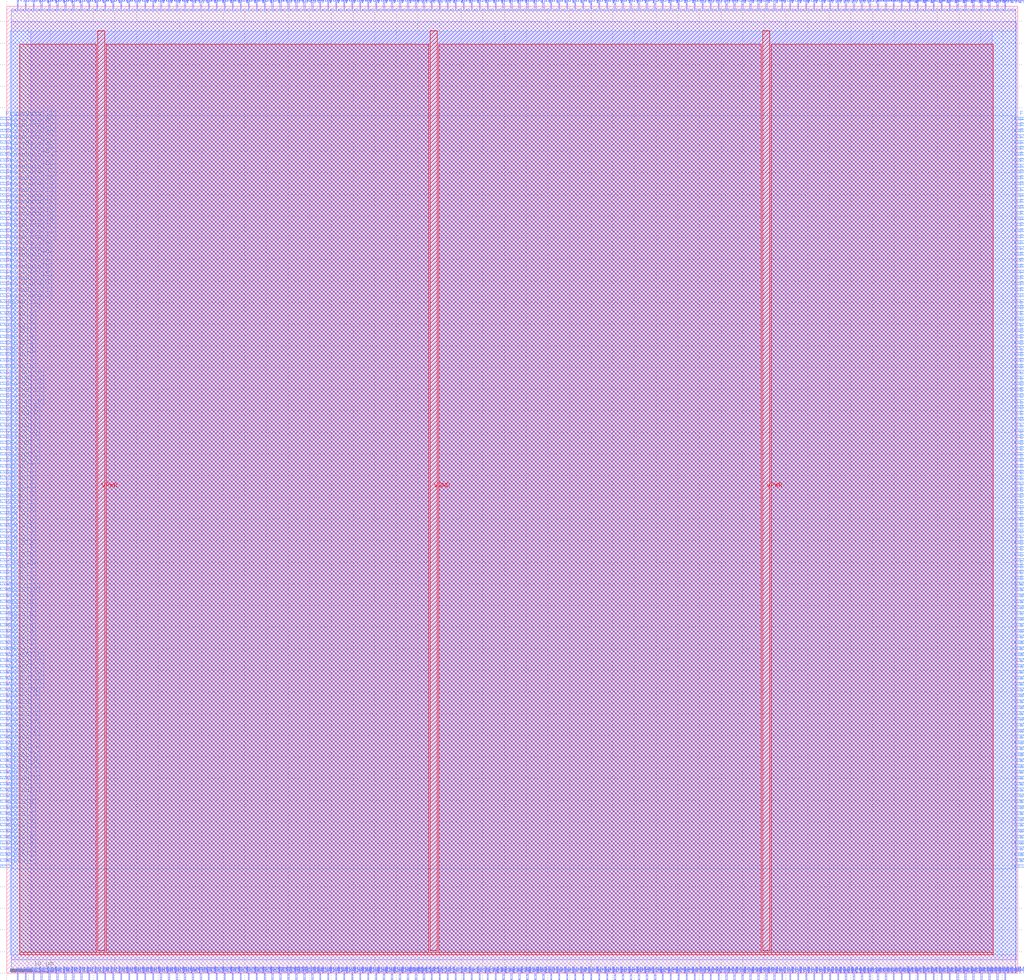
<source format=lef>
VERSION 5.7 ;
  NOWIREEXTENSIONATPIN ON ;
  DIVIDERCHAR "/" ;
  BUSBITCHARS "[]" ;
MACRO RegFile
  CLASS BLOCK ;
  FOREIGN RegFile ;
  ORIGIN 0.000 0.000 ;
  SIZE 233.500 BY 223.500 ;
  PIN E1BEG[0]
    DIRECTION OUTPUT TRISTATE ;
    USE SIGNAL ;
    ANTENNADIFFAREA 0.795200 ;
    PORT
      LAYER met3 ;
        RECT 232.700 89.800 235.000 90.400 ;
    END
  END E1BEG[0]
  PIN E1BEG[1]
    DIRECTION OUTPUT TRISTATE ;
    USE SIGNAL ;
    ANTENNADIFFAREA 0.795200 ;
    PORT
      LAYER met3 ;
        RECT 232.700 91.160 235.000 91.760 ;
    END
  END E1BEG[1]
  PIN E1BEG[2]
    DIRECTION OUTPUT TRISTATE ;
    USE SIGNAL ;
    ANTENNADIFFAREA 0.795200 ;
    PORT
      LAYER met3 ;
        RECT 232.700 92.520 235.000 93.120 ;
    END
  END E1BEG[2]
  PIN E1BEG[3]
    DIRECTION OUTPUT TRISTATE ;
    USE SIGNAL ;
    ANTENNADIFFAREA 0.795200 ;
    PORT
      LAYER met3 ;
        RECT 232.700 93.880 235.000 94.480 ;
    END
  END E1BEG[3]
  PIN E1END[0]
    DIRECTION INPUT ;
    USE SIGNAL ;
    ANTENNAGATEAREA 0.247500 ;
    PORT
      LAYER met3 ;
        RECT -1.500 89.800 0.800 90.400 ;
    END
  END E1END[0]
  PIN E1END[1]
    DIRECTION INPUT ;
    USE SIGNAL ;
    ANTENNAGATEAREA 0.213000 ;
    PORT
      LAYER met3 ;
        RECT -1.500 91.160 0.800 91.760 ;
    END
  END E1END[1]
  PIN E1END[2]
    DIRECTION INPUT ;
    USE SIGNAL ;
    ANTENNAGATEAREA 0.247500 ;
    PORT
      LAYER met3 ;
        RECT -1.500 92.520 0.800 93.120 ;
    END
  END E1END[2]
  PIN E1END[3]
    DIRECTION INPUT ;
    USE SIGNAL ;
    ANTENNAGATEAREA 0.247500 ;
    PORT
      LAYER met3 ;
        RECT -1.500 93.880 0.800 94.480 ;
    END
  END E1END[3]
  PIN E2BEG[0]
    DIRECTION OUTPUT TRISTATE ;
    USE SIGNAL ;
    ANTENNADIFFAREA 0.795200 ;
    PORT
      LAYER met3 ;
        RECT 232.700 95.240 235.000 95.840 ;
    END
  END E2BEG[0]
  PIN E2BEG[1]
    DIRECTION OUTPUT TRISTATE ;
    USE SIGNAL ;
    ANTENNADIFFAREA 0.795200 ;
    PORT
      LAYER met3 ;
        RECT 232.700 96.600 235.000 97.200 ;
    END
  END E2BEG[1]
  PIN E2BEG[2]
    DIRECTION OUTPUT TRISTATE ;
    USE SIGNAL ;
    ANTENNADIFFAREA 0.795200 ;
    PORT
      LAYER met3 ;
        RECT 232.700 97.960 235.000 98.560 ;
    END
  END E2BEG[2]
  PIN E2BEG[3]
    DIRECTION OUTPUT TRISTATE ;
    USE SIGNAL ;
    ANTENNADIFFAREA 0.795200 ;
    PORT
      LAYER met3 ;
        RECT 232.700 99.320 235.000 99.920 ;
    END
  END E2BEG[3]
  PIN E2BEG[4]
    DIRECTION OUTPUT TRISTATE ;
    USE SIGNAL ;
    ANTENNADIFFAREA 0.795200 ;
    PORT
      LAYER met3 ;
        RECT 232.700 100.680 235.000 101.280 ;
    END
  END E2BEG[4]
  PIN E2BEG[5]
    DIRECTION OUTPUT TRISTATE ;
    USE SIGNAL ;
    ANTENNADIFFAREA 0.795200 ;
    PORT
      LAYER met3 ;
        RECT 232.700 102.040 235.000 102.640 ;
    END
  END E2BEG[5]
  PIN E2BEG[6]
    DIRECTION OUTPUT TRISTATE ;
    USE SIGNAL ;
    ANTENNADIFFAREA 0.795200 ;
    PORT
      LAYER met3 ;
        RECT 232.700 103.400 235.000 104.000 ;
    END
  END E2BEG[6]
  PIN E2BEG[7]
    DIRECTION OUTPUT TRISTATE ;
    USE SIGNAL ;
    ANTENNADIFFAREA 0.795200 ;
    PORT
      LAYER met3 ;
        RECT 232.700 104.760 235.000 105.360 ;
    END
  END E2BEG[7]
  PIN E2BEGb[0]
    DIRECTION OUTPUT TRISTATE ;
    USE SIGNAL ;
    ANTENNADIFFAREA 0.795200 ;
    PORT
      LAYER met3 ;
        RECT 232.700 106.120 235.000 106.720 ;
    END
  END E2BEGb[0]
  PIN E2BEGb[1]
    DIRECTION OUTPUT TRISTATE ;
    USE SIGNAL ;
    ANTENNADIFFAREA 0.795200 ;
    PORT
      LAYER met3 ;
        RECT 232.700 107.480 235.000 108.080 ;
    END
  END E2BEGb[1]
  PIN E2BEGb[2]
    DIRECTION OUTPUT TRISTATE ;
    USE SIGNAL ;
    ANTENNADIFFAREA 0.795200 ;
    PORT
      LAYER met3 ;
        RECT 232.700 108.840 235.000 109.440 ;
    END
  END E2BEGb[2]
  PIN E2BEGb[3]
    DIRECTION OUTPUT TRISTATE ;
    USE SIGNAL ;
    ANTENNADIFFAREA 0.795200 ;
    PORT
      LAYER met3 ;
        RECT 232.700 110.200 235.000 110.800 ;
    END
  END E2BEGb[3]
  PIN E2BEGb[4]
    DIRECTION OUTPUT TRISTATE ;
    USE SIGNAL ;
    ANTENNADIFFAREA 0.445500 ;
    PORT
      LAYER met3 ;
        RECT 232.700 111.560 235.000 112.160 ;
    END
  END E2BEGb[4]
  PIN E2BEGb[5]
    DIRECTION OUTPUT TRISTATE ;
    USE SIGNAL ;
    ANTENNADIFFAREA 0.445500 ;
    PORT
      LAYER met3 ;
        RECT 232.700 112.920 235.000 113.520 ;
    END
  END E2BEGb[5]
  PIN E2BEGb[6]
    DIRECTION OUTPUT TRISTATE ;
    USE SIGNAL ;
    ANTENNADIFFAREA 0.445500 ;
    PORT
      LAYER met3 ;
        RECT 232.700 114.280 235.000 114.880 ;
    END
  END E2BEGb[6]
  PIN E2BEGb[7]
    DIRECTION OUTPUT TRISTATE ;
    USE SIGNAL ;
    ANTENNADIFFAREA 0.795200 ;
    PORT
      LAYER met3 ;
        RECT 232.700 115.640 235.000 116.240 ;
    END
  END E2BEGb[7]
  PIN E2END[0]
    DIRECTION INPUT ;
    USE SIGNAL ;
    ANTENNAGATEAREA 0.213000 ;
    PORT
      LAYER met3 ;
        RECT -1.500 106.120 0.800 106.720 ;
    END
  END E2END[0]
  PIN E2END[1]
    DIRECTION INPUT ;
    USE SIGNAL ;
    ANTENNAGATEAREA 0.213000 ;
    PORT
      LAYER met3 ;
        RECT -1.500 107.480 0.800 108.080 ;
    END
  END E2END[1]
  PIN E2END[2]
    DIRECTION INPUT ;
    USE SIGNAL ;
    ANTENNAGATEAREA 0.213000 ;
    PORT
      LAYER met3 ;
        RECT -1.500 108.840 0.800 109.440 ;
    END
  END E2END[2]
  PIN E2END[3]
    DIRECTION INPUT ;
    USE SIGNAL ;
    ANTENNAGATEAREA 0.159000 ;
    PORT
      LAYER met3 ;
        RECT -1.500 110.200 0.800 110.800 ;
    END
  END E2END[3]
  PIN E2END[4]
    DIRECTION INPUT ;
    USE SIGNAL ;
    ANTENNAGATEAREA 0.213000 ;
    PORT
      LAYER met3 ;
        RECT -1.500 111.560 0.800 112.160 ;
    END
  END E2END[4]
  PIN E2END[5]
    DIRECTION INPUT ;
    USE SIGNAL ;
    ANTENNAGATEAREA 0.213000 ;
    PORT
      LAYER met3 ;
        RECT -1.500 112.920 0.800 113.520 ;
    END
  END E2END[5]
  PIN E2END[6]
    DIRECTION INPUT ;
    USE SIGNAL ;
    ANTENNAGATEAREA 0.159000 ;
    PORT
      LAYER met3 ;
        RECT -1.500 114.280 0.800 114.880 ;
    END
  END E2END[6]
  PIN E2END[7]
    DIRECTION INPUT ;
    USE SIGNAL ;
    ANTENNAGATEAREA 0.213000 ;
    PORT
      LAYER met3 ;
        RECT -1.500 115.640 0.800 116.240 ;
    END
  END E2END[7]
  PIN E2MID[0]
    DIRECTION INPUT ;
    USE SIGNAL ;
    ANTENNAGATEAREA 0.159000 ;
    PORT
      LAYER met3 ;
        RECT -1.500 95.240 0.800 95.840 ;
    END
  END E2MID[0]
  PIN E2MID[1]
    DIRECTION INPUT ;
    USE SIGNAL ;
    ANTENNAGATEAREA 0.159000 ;
    PORT
      LAYER met3 ;
        RECT -1.500 96.600 0.800 97.200 ;
    END
  END E2MID[1]
  PIN E2MID[2]
    DIRECTION INPUT ;
    USE SIGNAL ;
    ANTENNAGATEAREA 0.213000 ;
    PORT
      LAYER met3 ;
        RECT -1.500 97.960 0.800 98.560 ;
    END
  END E2MID[2]
  PIN E2MID[3]
    DIRECTION INPUT ;
    USE SIGNAL ;
    ANTENNAGATEAREA 0.126000 ;
    PORT
      LAYER met3 ;
        RECT -1.500 99.320 0.800 99.920 ;
    END
  END E2MID[3]
  PIN E2MID[4]
    DIRECTION INPUT ;
    USE SIGNAL ;
    ANTENNAGATEAREA 0.159000 ;
    PORT
      LAYER met3 ;
        RECT -1.500 100.680 0.800 101.280 ;
    END
  END E2MID[4]
  PIN E2MID[5]
    DIRECTION INPUT ;
    USE SIGNAL ;
    ANTENNAGATEAREA 0.213000 ;
    PORT
      LAYER met3 ;
        RECT -1.500 102.040 0.800 102.640 ;
    END
  END E2MID[5]
  PIN E2MID[6]
    DIRECTION INPUT ;
    USE SIGNAL ;
    ANTENNAGATEAREA 0.213000 ;
    PORT
      LAYER met3 ;
        RECT -1.500 103.400 0.800 104.000 ;
    END
  END E2MID[6]
  PIN E2MID[7]
    DIRECTION INPUT ;
    USE SIGNAL ;
    ANTENNAGATEAREA 0.159000 ;
    PORT
      LAYER met3 ;
        RECT -1.500 104.760 0.800 105.360 ;
    END
  END E2MID[7]
  PIN E6BEG[0]
    DIRECTION OUTPUT TRISTATE ;
    USE SIGNAL ;
    ANTENNADIFFAREA 0.795200 ;
    PORT
      LAYER met3 ;
        RECT 232.700 138.760 235.000 139.360 ;
    END
  END E6BEG[0]
  PIN E6BEG[10]
    DIRECTION OUTPUT TRISTATE ;
    USE SIGNAL ;
    ANTENNADIFFAREA 0.795200 ;
    PORT
      LAYER met3 ;
        RECT 232.700 152.360 235.000 152.960 ;
    END
  END E6BEG[10]
  PIN E6BEG[11]
    DIRECTION OUTPUT TRISTATE ;
    USE SIGNAL ;
    ANTENNADIFFAREA 0.795200 ;
    PORT
      LAYER met3 ;
        RECT 232.700 153.720 235.000 154.320 ;
    END
  END E6BEG[11]
  PIN E6BEG[1]
    DIRECTION OUTPUT TRISTATE ;
    USE SIGNAL ;
    ANTENNADIFFAREA 0.445500 ;
    PORT
      LAYER met3 ;
        RECT 232.700 140.120 235.000 140.720 ;
    END
  END E6BEG[1]
  PIN E6BEG[2]
    DIRECTION OUTPUT TRISTATE ;
    USE SIGNAL ;
    ANTENNADIFFAREA 0.795200 ;
    PORT
      LAYER met3 ;
        RECT 232.700 141.480 235.000 142.080 ;
    END
  END E6BEG[2]
  PIN E6BEG[3]
    DIRECTION OUTPUT TRISTATE ;
    USE SIGNAL ;
    ANTENNADIFFAREA 0.795200 ;
    PORT
      LAYER met3 ;
        RECT 232.700 142.840 235.000 143.440 ;
    END
  END E6BEG[3]
  PIN E6BEG[4]
    DIRECTION OUTPUT TRISTATE ;
    USE SIGNAL ;
    ANTENNADIFFAREA 0.795200 ;
    PORT
      LAYER met3 ;
        RECT 232.700 144.200 235.000 144.800 ;
    END
  END E6BEG[4]
  PIN E6BEG[5]
    DIRECTION OUTPUT TRISTATE ;
    USE SIGNAL ;
    ANTENNADIFFAREA 0.795200 ;
    PORT
      LAYER met3 ;
        RECT 232.700 145.560 235.000 146.160 ;
    END
  END E6BEG[5]
  PIN E6BEG[6]
    DIRECTION OUTPUT TRISTATE ;
    USE SIGNAL ;
    ANTENNADIFFAREA 0.795200 ;
    PORT
      LAYER met3 ;
        RECT 232.700 146.920 235.000 147.520 ;
    END
  END E6BEG[6]
  PIN E6BEG[7]
    DIRECTION OUTPUT TRISTATE ;
    USE SIGNAL ;
    ANTENNADIFFAREA 0.795200 ;
    PORT
      LAYER met3 ;
        RECT 232.700 148.280 235.000 148.880 ;
    END
  END E6BEG[7]
  PIN E6BEG[8]
    DIRECTION OUTPUT TRISTATE ;
    USE SIGNAL ;
    ANTENNADIFFAREA 0.795200 ;
    PORT
      LAYER met3 ;
        RECT 232.700 149.640 235.000 150.240 ;
    END
  END E6BEG[8]
  PIN E6BEG[9]
    DIRECTION OUTPUT TRISTATE ;
    USE SIGNAL ;
    ANTENNADIFFAREA 0.795200 ;
    PORT
      LAYER met3 ;
        RECT 232.700 151.000 235.000 151.600 ;
    END
  END E6BEG[9]
  PIN E6END[0]
    DIRECTION INPUT ;
    USE SIGNAL ;
    ANTENNAGATEAREA 0.247500 ;
    PORT
      LAYER met3 ;
        RECT -1.500 138.760 0.800 139.360 ;
    END
  END E6END[0]
  PIN E6END[10]
    DIRECTION INPUT ;
    USE SIGNAL ;
    ANTENNAGATEAREA 0.196500 ;
    PORT
      LAYER met3 ;
        RECT -1.500 152.360 0.800 152.960 ;
    END
  END E6END[10]
  PIN E6END[11]
    DIRECTION INPUT ;
    USE SIGNAL ;
    ANTENNAGATEAREA 0.196500 ;
    PORT
      LAYER met3 ;
        RECT -1.500 153.720 0.800 154.320 ;
    END
  END E6END[11]
  PIN E6END[1]
    DIRECTION INPUT ;
    USE SIGNAL ;
    ANTENNAGATEAREA 0.247500 ;
    PORT
      LAYER met3 ;
        RECT -1.500 140.120 0.800 140.720 ;
    END
  END E6END[1]
  PIN E6END[2]
    DIRECTION INPUT ;
    USE SIGNAL ;
    ANTENNAGATEAREA 0.196500 ;
    PORT
      LAYER met3 ;
        RECT -1.500 141.480 0.800 142.080 ;
    END
  END E6END[2]
  PIN E6END[3]
    DIRECTION INPUT ;
    USE SIGNAL ;
    ANTENNAGATEAREA 0.196500 ;
    PORT
      LAYER met3 ;
        RECT -1.500 142.840 0.800 143.440 ;
    END
  END E6END[3]
  PIN E6END[4]
    DIRECTION INPUT ;
    USE SIGNAL ;
    ANTENNAGATEAREA 0.196500 ;
    PORT
      LAYER met3 ;
        RECT -1.500 144.200 0.800 144.800 ;
    END
  END E6END[4]
  PIN E6END[5]
    DIRECTION INPUT ;
    USE SIGNAL ;
    ANTENNAGATEAREA 0.196500 ;
    PORT
      LAYER met3 ;
        RECT -1.500 145.560 0.800 146.160 ;
    END
  END E6END[5]
  PIN E6END[6]
    DIRECTION INPUT ;
    USE SIGNAL ;
    ANTENNAGATEAREA 0.196500 ;
    PORT
      LAYER met3 ;
        RECT -1.500 146.920 0.800 147.520 ;
    END
  END E6END[6]
  PIN E6END[7]
    DIRECTION INPUT ;
    USE SIGNAL ;
    ANTENNAGATEAREA 0.196500 ;
    PORT
      LAYER met3 ;
        RECT -1.500 148.280 0.800 148.880 ;
    END
  END E6END[7]
  PIN E6END[8]
    DIRECTION INPUT ;
    USE SIGNAL ;
    ANTENNAGATEAREA 0.196500 ;
    PORT
      LAYER met3 ;
        RECT -1.500 149.640 0.800 150.240 ;
    END
  END E6END[8]
  PIN E6END[9]
    DIRECTION INPUT ;
    USE SIGNAL ;
    ANTENNAGATEAREA 0.196500 ;
    PORT
      LAYER met3 ;
        RECT -1.500 151.000 0.800 151.600 ;
    END
  END E6END[9]
  PIN EE4BEG[0]
    DIRECTION OUTPUT TRISTATE ;
    USE SIGNAL ;
    ANTENNADIFFAREA 0.795200 ;
    PORT
      LAYER met3 ;
        RECT 232.700 117.000 235.000 117.600 ;
    END
  END EE4BEG[0]
  PIN EE4BEG[10]
    DIRECTION OUTPUT TRISTATE ;
    USE SIGNAL ;
    ANTENNADIFFAREA 0.795200 ;
    PORT
      LAYER met3 ;
        RECT 232.700 130.600 235.000 131.200 ;
    END
  END EE4BEG[10]
  PIN EE4BEG[11]
    DIRECTION OUTPUT TRISTATE ;
    USE SIGNAL ;
    ANTENNADIFFAREA 0.795200 ;
    PORT
      LAYER met3 ;
        RECT 232.700 131.960 235.000 132.560 ;
    END
  END EE4BEG[11]
  PIN EE4BEG[12]
    DIRECTION OUTPUT TRISTATE ;
    USE SIGNAL ;
    ANTENNADIFFAREA 0.795200 ;
    PORT
      LAYER met3 ;
        RECT 232.700 133.320 235.000 133.920 ;
    END
  END EE4BEG[12]
  PIN EE4BEG[13]
    DIRECTION OUTPUT TRISTATE ;
    USE SIGNAL ;
    ANTENNADIFFAREA 0.445500 ;
    PORT
      LAYER met3 ;
        RECT 232.700 134.680 235.000 135.280 ;
    END
  END EE4BEG[13]
  PIN EE4BEG[14]
    DIRECTION OUTPUT TRISTATE ;
    USE SIGNAL ;
    ANTENNADIFFAREA 0.795200 ;
    PORT
      LAYER met3 ;
        RECT 232.700 136.040 235.000 136.640 ;
    END
  END EE4BEG[14]
  PIN EE4BEG[15]
    DIRECTION OUTPUT TRISTATE ;
    USE SIGNAL ;
    ANTENNADIFFAREA 0.795200 ;
    PORT
      LAYER met3 ;
        RECT 232.700 137.400 235.000 138.000 ;
    END
  END EE4BEG[15]
  PIN EE4BEG[1]
    DIRECTION OUTPUT TRISTATE ;
    USE SIGNAL ;
    ANTENNADIFFAREA 0.795200 ;
    PORT
      LAYER met3 ;
        RECT 232.700 118.360 235.000 118.960 ;
    END
  END EE4BEG[1]
  PIN EE4BEG[2]
    DIRECTION OUTPUT TRISTATE ;
    USE SIGNAL ;
    ANTENNADIFFAREA 0.795200 ;
    PORT
      LAYER met3 ;
        RECT 232.700 119.720 235.000 120.320 ;
    END
  END EE4BEG[2]
  PIN EE4BEG[3]
    DIRECTION OUTPUT TRISTATE ;
    USE SIGNAL ;
    ANTENNADIFFAREA 0.795200 ;
    PORT
      LAYER met3 ;
        RECT 232.700 121.080 235.000 121.680 ;
    END
  END EE4BEG[3]
  PIN EE4BEG[4]
    DIRECTION OUTPUT TRISTATE ;
    USE SIGNAL ;
    ANTENNADIFFAREA 0.795200 ;
    PORT
      LAYER met3 ;
        RECT 232.700 122.440 235.000 123.040 ;
    END
  END EE4BEG[4]
  PIN EE4BEG[5]
    DIRECTION OUTPUT TRISTATE ;
    USE SIGNAL ;
    ANTENNADIFFAREA 0.795200 ;
    PORT
      LAYER met3 ;
        RECT 232.700 123.800 235.000 124.400 ;
    END
  END EE4BEG[5]
  PIN EE4BEG[6]
    DIRECTION OUTPUT TRISTATE ;
    USE SIGNAL ;
    ANTENNADIFFAREA 0.795200 ;
    PORT
      LAYER met3 ;
        RECT 232.700 125.160 235.000 125.760 ;
    END
  END EE4BEG[6]
  PIN EE4BEG[7]
    DIRECTION OUTPUT TRISTATE ;
    USE SIGNAL ;
    ANTENNADIFFAREA 0.795200 ;
    PORT
      LAYER met3 ;
        RECT 232.700 126.520 235.000 127.120 ;
    END
  END EE4BEG[7]
  PIN EE4BEG[8]
    DIRECTION OUTPUT TRISTATE ;
    USE SIGNAL ;
    ANTENNADIFFAREA 0.795200 ;
    PORT
      LAYER met3 ;
        RECT 232.700 127.880 235.000 128.480 ;
    END
  END EE4BEG[8]
  PIN EE4BEG[9]
    DIRECTION OUTPUT TRISTATE ;
    USE SIGNAL ;
    ANTENNADIFFAREA 0.795200 ;
    PORT
      LAYER met3 ;
        RECT 232.700 129.240 235.000 129.840 ;
    END
  END EE4BEG[9]
  PIN EE4END[0]
    DIRECTION INPUT ;
    USE SIGNAL ;
    ANTENNAGATEAREA 0.159000 ;
    PORT
      LAYER met3 ;
        RECT -1.500 117.000 0.800 117.600 ;
    END
  END EE4END[0]
  PIN EE4END[10]
    DIRECTION INPUT ;
    USE SIGNAL ;
    ANTENNAGATEAREA 0.196500 ;
    PORT
      LAYER met3 ;
        RECT -1.500 130.600 0.800 131.200 ;
    END
  END EE4END[10]
  PIN EE4END[11]
    DIRECTION INPUT ;
    USE SIGNAL ;
    ANTENNAGATEAREA 0.196500 ;
    PORT
      LAYER met3 ;
        RECT -1.500 131.960 0.800 132.560 ;
    END
  END EE4END[11]
  PIN EE4END[12]
    DIRECTION INPUT ;
    USE SIGNAL ;
    ANTENNAGATEAREA 0.196500 ;
    PORT
      LAYER met3 ;
        RECT -1.500 133.320 0.800 133.920 ;
    END
  END EE4END[12]
  PIN EE4END[13]
    DIRECTION INPUT ;
    USE SIGNAL ;
    ANTENNAGATEAREA 0.196500 ;
    PORT
      LAYER met3 ;
        RECT -1.500 134.680 0.800 135.280 ;
    END
  END EE4END[13]
  PIN EE4END[14]
    DIRECTION INPUT ;
    USE SIGNAL ;
    ANTENNAGATEAREA 0.196500 ;
    PORT
      LAYER met3 ;
        RECT -1.500 136.040 0.800 136.640 ;
    END
  END EE4END[14]
  PIN EE4END[15]
    DIRECTION INPUT ;
    USE SIGNAL ;
    ANTENNAGATEAREA 0.196500 ;
    PORT
      LAYER met3 ;
        RECT -1.500 137.400 0.800 138.000 ;
    END
  END EE4END[15]
  PIN EE4END[1]
    DIRECTION INPUT ;
    USE SIGNAL ;
    ANTENNAGATEAREA 0.213000 ;
    PORT
      LAYER met3 ;
        RECT -1.500 118.360 0.800 118.960 ;
    END
  END EE4END[1]
  PIN EE4END[2]
    DIRECTION INPUT ;
    USE SIGNAL ;
    ANTENNAGATEAREA 0.213000 ;
    PORT
      LAYER met3 ;
        RECT -1.500 119.720 0.800 120.320 ;
    END
  END EE4END[2]
  PIN EE4END[3]
    DIRECTION INPUT ;
    USE SIGNAL ;
    ANTENNAGATEAREA 0.159000 ;
    PORT
      LAYER met3 ;
        RECT -1.500 121.080 0.800 121.680 ;
    END
  END EE4END[3]
  PIN EE4END[4]
    DIRECTION INPUT ;
    USE SIGNAL ;
    ANTENNAGATEAREA 0.196500 ;
    PORT
      LAYER met3 ;
        RECT -1.500 122.440 0.800 123.040 ;
    END
  END EE4END[4]
  PIN EE4END[5]
    DIRECTION INPUT ;
    USE SIGNAL ;
    ANTENNAGATEAREA 0.196500 ;
    PORT
      LAYER met3 ;
        RECT -1.500 123.800 0.800 124.400 ;
    END
  END EE4END[5]
  PIN EE4END[6]
    DIRECTION INPUT ;
    USE SIGNAL ;
    ANTENNAGATEAREA 0.196500 ;
    PORT
      LAYER met3 ;
        RECT -1.500 125.160 0.800 125.760 ;
    END
  END EE4END[6]
  PIN EE4END[7]
    DIRECTION INPUT ;
    USE SIGNAL ;
    ANTENNAGATEAREA 0.196500 ;
    PORT
      LAYER met3 ;
        RECT -1.500 126.520 0.800 127.120 ;
    END
  END EE4END[7]
  PIN EE4END[8]
    DIRECTION INPUT ;
    USE SIGNAL ;
    ANTENNAGATEAREA 0.196500 ;
    PORT
      LAYER met3 ;
        RECT -1.500 127.880 0.800 128.480 ;
    END
  END EE4END[8]
  PIN EE4END[9]
    DIRECTION INPUT ;
    USE SIGNAL ;
    ANTENNAGATEAREA 0.196500 ;
    PORT
      LAYER met3 ;
        RECT -1.500 129.240 0.800 129.840 ;
    END
  END EE4END[9]
  PIN FrameData[0]
    DIRECTION INPUT ;
    USE SIGNAL ;
    ANTENNAGATEAREA 0.426000 ;
    PORT
      LAYER met3 ;
        RECT -1.500 155.080 0.800 155.680 ;
    END
  END FrameData[0]
  PIN FrameData[10]
    DIRECTION INPUT ;
    USE SIGNAL ;
    ANTENNAGATEAREA 0.426000 ;
    PORT
      LAYER met3 ;
        RECT -1.500 168.680 0.800 169.280 ;
    END
  END FrameData[10]
  PIN FrameData[11]
    DIRECTION INPUT ;
    USE SIGNAL ;
    ANTENNAGATEAREA 0.426000 ;
    PORT
      LAYER met3 ;
        RECT -1.500 170.040 0.800 170.640 ;
    END
  END FrameData[11]
  PIN FrameData[12]
    DIRECTION INPUT ;
    USE SIGNAL ;
    ANTENNAGATEAREA 0.426000 ;
    PORT
      LAYER met3 ;
        RECT -1.500 171.400 0.800 172.000 ;
    END
  END FrameData[12]
  PIN FrameData[13]
    DIRECTION INPUT ;
    USE SIGNAL ;
    ANTENNAGATEAREA 0.495000 ;
    PORT
      LAYER met3 ;
        RECT -1.500 172.760 0.800 173.360 ;
    END
  END FrameData[13]
  PIN FrameData[14]
    DIRECTION INPUT ;
    USE SIGNAL ;
    ANTENNAGATEAREA 0.495000 ;
    PORT
      LAYER met3 ;
        RECT -1.500 174.120 0.800 174.720 ;
    END
  END FrameData[14]
  PIN FrameData[15]
    DIRECTION INPUT ;
    USE SIGNAL ;
    ANTENNAGATEAREA 0.426000 ;
    PORT
      LAYER met3 ;
        RECT -1.500 175.480 0.800 176.080 ;
    END
  END FrameData[15]
  PIN FrameData[16]
    DIRECTION INPUT ;
    USE SIGNAL ;
    ANTENNAGATEAREA 0.426000 ;
    PORT
      LAYER met3 ;
        RECT -1.500 176.840 0.800 177.440 ;
    END
  END FrameData[16]
  PIN FrameData[17]
    DIRECTION INPUT ;
    USE SIGNAL ;
    ANTENNAGATEAREA 0.495000 ;
    PORT
      LAYER met3 ;
        RECT -1.500 178.200 0.800 178.800 ;
    END
  END FrameData[17]
  PIN FrameData[18]
    DIRECTION INPUT ;
    USE SIGNAL ;
    ANTENNAGATEAREA 0.426000 ;
    PORT
      LAYER met3 ;
        RECT -1.500 179.560 0.800 180.160 ;
    END
  END FrameData[18]
  PIN FrameData[19]
    DIRECTION INPUT ;
    USE SIGNAL ;
    ANTENNAGATEAREA 0.426000 ;
    PORT
      LAYER met3 ;
        RECT -1.500 180.920 0.800 181.520 ;
    END
  END FrameData[19]
  PIN FrameData[1]
    DIRECTION INPUT ;
    USE SIGNAL ;
    ANTENNAGATEAREA 0.426000 ;
    PORT
      LAYER met3 ;
        RECT -1.500 156.440 0.800 157.040 ;
    END
  END FrameData[1]
  PIN FrameData[20]
    DIRECTION INPUT ;
    USE SIGNAL ;
    ANTENNAGATEAREA 0.426000 ;
    PORT
      LAYER met3 ;
        RECT -1.500 182.280 0.800 182.880 ;
    END
  END FrameData[20]
  PIN FrameData[21]
    DIRECTION INPUT ;
    USE SIGNAL ;
    ANTENNAGATEAREA 0.426000 ;
    PORT
      LAYER met3 ;
        RECT -1.500 183.640 0.800 184.240 ;
    END
  END FrameData[21]
  PIN FrameData[22]
    DIRECTION INPUT ;
    USE SIGNAL ;
    ANTENNAGATEAREA 0.426000 ;
    PORT
      LAYER met3 ;
        RECT -1.500 185.000 0.800 185.600 ;
    END
  END FrameData[22]
  PIN FrameData[23]
    DIRECTION INPUT ;
    USE SIGNAL ;
    ANTENNAGATEAREA 0.426000 ;
    PORT
      LAYER met3 ;
        RECT -1.500 186.360 0.800 186.960 ;
    END
  END FrameData[23]
  PIN FrameData[24]
    DIRECTION INPUT ;
    USE SIGNAL ;
    ANTENNAGATEAREA 0.426000 ;
    PORT
      LAYER met3 ;
        RECT -1.500 187.720 0.800 188.320 ;
    END
  END FrameData[24]
  PIN FrameData[25]
    DIRECTION INPUT ;
    USE SIGNAL ;
    ANTENNAGATEAREA 0.426000 ;
    PORT
      LAYER met3 ;
        RECT -1.500 189.080 0.800 189.680 ;
    END
  END FrameData[25]
  PIN FrameData[26]
    DIRECTION INPUT ;
    USE SIGNAL ;
    ANTENNAGATEAREA 0.426000 ;
    PORT
      LAYER met3 ;
        RECT -1.500 190.440 0.800 191.040 ;
    END
  END FrameData[26]
  PIN FrameData[27]
    DIRECTION INPUT ;
    USE SIGNAL ;
    ANTENNAGATEAREA 0.426000 ;
    PORT
      LAYER met3 ;
        RECT -1.500 191.800 0.800 192.400 ;
    END
  END FrameData[27]
  PIN FrameData[28]
    DIRECTION INPUT ;
    USE SIGNAL ;
    ANTENNAGATEAREA 0.426000 ;
    PORT
      LAYER met3 ;
        RECT -1.500 193.160 0.800 193.760 ;
    END
  END FrameData[28]
  PIN FrameData[29]
    DIRECTION INPUT ;
    USE SIGNAL ;
    ANTENNAGATEAREA 0.426000 ;
    PORT
      LAYER met3 ;
        RECT -1.500 194.520 0.800 195.120 ;
    END
  END FrameData[29]
  PIN FrameData[2]
    DIRECTION INPUT ;
    USE SIGNAL ;
    ANTENNAGATEAREA 0.426000 ;
    PORT
      LAYER met3 ;
        RECT -1.500 157.800 0.800 158.400 ;
    END
  END FrameData[2]
  PIN FrameData[30]
    DIRECTION INPUT ;
    USE SIGNAL ;
    ANTENNAGATEAREA 0.495000 ;
    PORT
      LAYER met3 ;
        RECT -1.500 195.880 0.800 196.480 ;
    END
  END FrameData[30]
  PIN FrameData[31]
    DIRECTION INPUT ;
    USE SIGNAL ;
    ANTENNAGATEAREA 0.426000 ;
    PORT
      LAYER met3 ;
        RECT -1.500 197.240 0.800 197.840 ;
    END
  END FrameData[31]
  PIN FrameData[3]
    DIRECTION INPUT ;
    USE SIGNAL ;
    ANTENNAGATEAREA 0.426000 ;
    PORT
      LAYER met3 ;
        RECT -1.500 159.160 0.800 159.760 ;
    END
  END FrameData[3]
  PIN FrameData[4]
    DIRECTION INPUT ;
    USE SIGNAL ;
    ANTENNAGATEAREA 0.426000 ;
    PORT
      LAYER met3 ;
        RECT -1.500 160.520 0.800 161.120 ;
    END
  END FrameData[4]
  PIN FrameData[5]
    DIRECTION INPUT ;
    USE SIGNAL ;
    ANTENNAGATEAREA 0.495000 ;
    PORT
      LAYER met3 ;
        RECT -1.500 161.880 0.800 162.480 ;
    END
  END FrameData[5]
  PIN FrameData[6]
    DIRECTION INPUT ;
    USE SIGNAL ;
    ANTENNAGATEAREA 0.426000 ;
    PORT
      LAYER met3 ;
        RECT -1.500 163.240 0.800 163.840 ;
    END
  END FrameData[6]
  PIN FrameData[7]
    DIRECTION INPUT ;
    USE SIGNAL ;
    ANTENNAGATEAREA 0.426000 ;
    PORT
      LAYER met3 ;
        RECT -1.500 164.600 0.800 165.200 ;
    END
  END FrameData[7]
  PIN FrameData[8]
    DIRECTION INPUT ;
    USE SIGNAL ;
    ANTENNAGATEAREA 0.247500 ;
    PORT
      LAYER met3 ;
        RECT -1.500 165.960 0.800 166.560 ;
    END
  END FrameData[8]
  PIN FrameData[9]
    DIRECTION INPUT ;
    USE SIGNAL ;
    ANTENNAGATEAREA 0.426000 ;
    PORT
      LAYER met3 ;
        RECT -1.500 167.320 0.800 167.920 ;
    END
  END FrameData[9]
  PIN FrameData_O[0]
    DIRECTION OUTPUT TRISTATE ;
    USE SIGNAL ;
    ANTENNADIFFAREA 0.795200 ;
    PORT
      LAYER met3 ;
        RECT 232.700 155.080 235.000 155.680 ;
    END
  END FrameData_O[0]
  PIN FrameData_O[10]
    DIRECTION OUTPUT TRISTATE ;
    USE SIGNAL ;
    ANTENNADIFFAREA 0.795200 ;
    PORT
      LAYER met3 ;
        RECT 232.700 168.680 235.000 169.280 ;
    END
  END FrameData_O[10]
  PIN FrameData_O[11]
    DIRECTION OUTPUT TRISTATE ;
    USE SIGNAL ;
    ANTENNADIFFAREA 0.795200 ;
    PORT
      LAYER met3 ;
        RECT 232.700 170.040 235.000 170.640 ;
    END
  END FrameData_O[11]
  PIN FrameData_O[12]
    DIRECTION OUTPUT TRISTATE ;
    USE SIGNAL ;
    ANTENNADIFFAREA 0.795200 ;
    PORT
      LAYER met3 ;
        RECT 232.700 171.400 235.000 172.000 ;
    END
  END FrameData_O[12]
  PIN FrameData_O[13]
    DIRECTION OUTPUT TRISTATE ;
    USE SIGNAL ;
    ANTENNADIFFAREA 0.795200 ;
    PORT
      LAYER met3 ;
        RECT 232.700 172.760 235.000 173.360 ;
    END
  END FrameData_O[13]
  PIN FrameData_O[14]
    DIRECTION OUTPUT TRISTATE ;
    USE SIGNAL ;
    ANTENNADIFFAREA 0.795200 ;
    PORT
      LAYER met3 ;
        RECT 232.700 174.120 235.000 174.720 ;
    END
  END FrameData_O[14]
  PIN FrameData_O[15]
    DIRECTION OUTPUT TRISTATE ;
    USE SIGNAL ;
    ANTENNADIFFAREA 0.795200 ;
    PORT
      LAYER met3 ;
        RECT 232.700 175.480 235.000 176.080 ;
    END
  END FrameData_O[15]
  PIN FrameData_O[16]
    DIRECTION OUTPUT TRISTATE ;
    USE SIGNAL ;
    ANTENNADIFFAREA 0.795200 ;
    PORT
      LAYER met3 ;
        RECT 232.700 176.840 235.000 177.440 ;
    END
  END FrameData_O[16]
  PIN FrameData_O[17]
    DIRECTION OUTPUT TRISTATE ;
    USE SIGNAL ;
    ANTENNADIFFAREA 0.795200 ;
    PORT
      LAYER met3 ;
        RECT 232.700 178.200 235.000 178.800 ;
    END
  END FrameData_O[17]
  PIN FrameData_O[18]
    DIRECTION OUTPUT TRISTATE ;
    USE SIGNAL ;
    ANTENNADIFFAREA 0.795200 ;
    PORT
      LAYER met3 ;
        RECT 232.700 179.560 235.000 180.160 ;
    END
  END FrameData_O[18]
  PIN FrameData_O[19]
    DIRECTION OUTPUT TRISTATE ;
    USE SIGNAL ;
    ANTENNADIFFAREA 0.795200 ;
    PORT
      LAYER met3 ;
        RECT 232.700 180.920 235.000 181.520 ;
    END
  END FrameData_O[19]
  PIN FrameData_O[1]
    DIRECTION OUTPUT TRISTATE ;
    USE SIGNAL ;
    ANTENNADIFFAREA 0.795200 ;
    PORT
      LAYER met3 ;
        RECT 232.700 156.440 235.000 157.040 ;
    END
  END FrameData_O[1]
  PIN FrameData_O[20]
    DIRECTION OUTPUT TRISTATE ;
    USE SIGNAL ;
    ANTENNADIFFAREA 0.795200 ;
    PORT
      LAYER met3 ;
        RECT 232.700 182.280 235.000 182.880 ;
    END
  END FrameData_O[20]
  PIN FrameData_O[21]
    DIRECTION OUTPUT TRISTATE ;
    USE SIGNAL ;
    ANTENNADIFFAREA 0.795200 ;
    PORT
      LAYER met3 ;
        RECT 232.700 183.640 235.000 184.240 ;
    END
  END FrameData_O[21]
  PIN FrameData_O[22]
    DIRECTION OUTPUT TRISTATE ;
    USE SIGNAL ;
    ANTENNADIFFAREA 0.795200 ;
    PORT
      LAYER met3 ;
        RECT 232.700 185.000 235.000 185.600 ;
    END
  END FrameData_O[22]
  PIN FrameData_O[23]
    DIRECTION OUTPUT TRISTATE ;
    USE SIGNAL ;
    ANTENNADIFFAREA 0.795200 ;
    PORT
      LAYER met3 ;
        RECT 232.700 186.360 235.000 186.960 ;
    END
  END FrameData_O[23]
  PIN FrameData_O[24]
    DIRECTION OUTPUT TRISTATE ;
    USE SIGNAL ;
    ANTENNADIFFAREA 0.795200 ;
    PORT
      LAYER met3 ;
        RECT 232.700 187.720 235.000 188.320 ;
    END
  END FrameData_O[24]
  PIN FrameData_O[25]
    DIRECTION OUTPUT TRISTATE ;
    USE SIGNAL ;
    ANTENNADIFFAREA 0.445500 ;
    PORT
      LAYER met3 ;
        RECT 232.700 189.080 235.000 189.680 ;
    END
  END FrameData_O[25]
  PIN FrameData_O[26]
    DIRECTION OUTPUT TRISTATE ;
    USE SIGNAL ;
    ANTENNADIFFAREA 0.795200 ;
    PORT
      LAYER met3 ;
        RECT 232.700 190.440 235.000 191.040 ;
    END
  END FrameData_O[26]
  PIN FrameData_O[27]
    DIRECTION OUTPUT TRISTATE ;
    USE SIGNAL ;
    ANTENNADIFFAREA 0.795200 ;
    PORT
      LAYER met3 ;
        RECT 232.700 191.800 235.000 192.400 ;
    END
  END FrameData_O[27]
  PIN FrameData_O[28]
    DIRECTION OUTPUT TRISTATE ;
    USE SIGNAL ;
    ANTENNADIFFAREA 0.795200 ;
    PORT
      LAYER met3 ;
        RECT 232.700 193.160 235.000 193.760 ;
    END
  END FrameData_O[28]
  PIN FrameData_O[29]
    DIRECTION OUTPUT TRISTATE ;
    USE SIGNAL ;
    ANTENNADIFFAREA 0.445500 ;
    PORT
      LAYER met3 ;
        RECT 232.700 194.520 235.000 195.120 ;
    END
  END FrameData_O[29]
  PIN FrameData_O[2]
    DIRECTION OUTPUT TRISTATE ;
    USE SIGNAL ;
    ANTENNADIFFAREA 0.795200 ;
    PORT
      LAYER met3 ;
        RECT 232.700 157.800 235.000 158.400 ;
    END
  END FrameData_O[2]
  PIN FrameData_O[30]
    DIRECTION OUTPUT TRISTATE ;
    USE SIGNAL ;
    ANTENNADIFFAREA 0.795200 ;
    PORT
      LAYER met3 ;
        RECT 232.700 195.880 235.000 196.480 ;
    END
  END FrameData_O[30]
  PIN FrameData_O[31]
    DIRECTION OUTPUT TRISTATE ;
    USE SIGNAL ;
    ANTENNADIFFAREA 0.795200 ;
    PORT
      LAYER met3 ;
        RECT 232.700 197.240 235.000 197.840 ;
    END
  END FrameData_O[31]
  PIN FrameData_O[3]
    DIRECTION OUTPUT TRISTATE ;
    USE SIGNAL ;
    ANTENNADIFFAREA 0.795200 ;
    PORT
      LAYER met3 ;
        RECT 232.700 159.160 235.000 159.760 ;
    END
  END FrameData_O[3]
  PIN FrameData_O[4]
    DIRECTION OUTPUT TRISTATE ;
    USE SIGNAL ;
    ANTENNADIFFAREA 0.795200 ;
    PORT
      LAYER met3 ;
        RECT 232.700 160.520 235.000 161.120 ;
    END
  END FrameData_O[4]
  PIN FrameData_O[5]
    DIRECTION OUTPUT TRISTATE ;
    USE SIGNAL ;
    ANTENNADIFFAREA 0.445500 ;
    PORT
      LAYER met3 ;
        RECT 232.700 161.880 235.000 162.480 ;
    END
  END FrameData_O[5]
  PIN FrameData_O[6]
    DIRECTION OUTPUT TRISTATE ;
    USE SIGNAL ;
    ANTENNADIFFAREA 0.795200 ;
    PORT
      LAYER met3 ;
        RECT 232.700 163.240 235.000 163.840 ;
    END
  END FrameData_O[6]
  PIN FrameData_O[7]
    DIRECTION OUTPUT TRISTATE ;
    USE SIGNAL ;
    ANTENNADIFFAREA 0.795200 ;
    PORT
      LAYER met3 ;
        RECT 232.700 164.600 235.000 165.200 ;
    END
  END FrameData_O[7]
  PIN FrameData_O[8]
    DIRECTION OUTPUT TRISTATE ;
    USE SIGNAL ;
    ANTENNADIFFAREA 0.795200 ;
    PORT
      LAYER met3 ;
        RECT 232.700 165.960 235.000 166.560 ;
    END
  END FrameData_O[8]
  PIN FrameData_O[9]
    DIRECTION OUTPUT TRISTATE ;
    USE SIGNAL ;
    ANTENNADIFFAREA 0.445500 ;
    PORT
      LAYER met3 ;
        RECT 232.700 167.320 235.000 167.920 ;
    END
  END FrameData_O[9]
  PIN FrameStrobe[0]
    DIRECTION INPUT ;
    USE SIGNAL ;
    ANTENNAGATEAREA 0.852000 ;
    PORT
      LAYER met2 ;
        RECT 195.590 -1.500 195.870 0.800 ;
    END
  END FrameStrobe[0]
  PIN FrameStrobe[10]
    DIRECTION INPUT ;
    USE SIGNAL ;
    ANTENNAGATEAREA 0.742500 ;
    PORT
      LAYER met2 ;
        RECT 213.990 -1.500 214.270 0.800 ;
    END
  END FrameStrobe[10]
  PIN FrameStrobe[11]
    DIRECTION INPUT ;
    USE SIGNAL ;
    ANTENNAGATEAREA 0.852000 ;
    PORT
      LAYER met2 ;
        RECT 215.830 -1.500 216.110 0.800 ;
    END
  END FrameStrobe[11]
  PIN FrameStrobe[12]
    DIRECTION INPUT ;
    USE SIGNAL ;
    ANTENNAGATEAREA 0.852000 ;
    PORT
      LAYER met2 ;
        RECT 217.670 -1.500 217.950 0.800 ;
    END
  END FrameStrobe[12]
  PIN FrameStrobe[13]
    DIRECTION INPUT ;
    USE SIGNAL ;
    ANTENNAGATEAREA 0.196500 ;
    PORT
      LAYER met2 ;
        RECT 219.510 -1.500 219.790 0.800 ;
    END
  END FrameStrobe[13]
  PIN FrameStrobe[14]
    DIRECTION INPUT ;
    USE SIGNAL ;
    ANTENNAGATEAREA 0.196500 ;
    PORT
      LAYER met2 ;
        RECT 221.350 -1.500 221.630 0.800 ;
    END
  END FrameStrobe[14]
  PIN FrameStrobe[15]
    DIRECTION INPUT ;
    USE SIGNAL ;
    ANTENNAGATEAREA 0.196500 ;
    PORT
      LAYER met2 ;
        RECT 223.190 -1.500 223.470 0.800 ;
    END
  END FrameStrobe[15]
  PIN FrameStrobe[16]
    DIRECTION INPUT ;
    USE SIGNAL ;
    ANTENNAGATEAREA 0.196500 ;
    PORT
      LAYER met2 ;
        RECT 225.030 -1.500 225.310 0.800 ;
    END
  END FrameStrobe[16]
  PIN FrameStrobe[17]
    DIRECTION INPUT ;
    USE SIGNAL ;
    ANTENNAGATEAREA 0.196500 ;
    PORT
      LAYER met2 ;
        RECT 226.870 -1.500 227.150 0.800 ;
    END
  END FrameStrobe[17]
  PIN FrameStrobe[18]
    DIRECTION INPUT ;
    USE SIGNAL ;
    ANTENNAGATEAREA 0.196500 ;
    PORT
      LAYER met2 ;
        RECT 228.710 -1.500 228.990 0.800 ;
    END
  END FrameStrobe[18]
  PIN FrameStrobe[19]
    DIRECTION INPUT ;
    USE SIGNAL ;
    ANTENNAGATEAREA 0.196500 ;
    PORT
      LAYER met2 ;
        RECT 230.550 -1.500 230.830 0.800 ;
    END
  END FrameStrobe[19]
  PIN FrameStrobe[1]
    DIRECTION INPUT ;
    USE SIGNAL ;
    ANTENNAGATEAREA 0.990000 ;
    PORT
      LAYER met2 ;
        RECT 197.430 -1.500 197.710 0.800 ;
    END
  END FrameStrobe[1]
  PIN FrameStrobe[2]
    DIRECTION INPUT ;
    USE SIGNAL ;
    ANTENNAGATEAREA 0.852000 ;
    PORT
      LAYER met2 ;
        RECT 199.270 -1.500 199.550 0.800 ;
    END
  END FrameStrobe[2]
  PIN FrameStrobe[3]
    DIRECTION INPUT ;
    USE SIGNAL ;
    ANTENNAGATEAREA 0.852000 ;
    PORT
      LAYER met2 ;
        RECT 201.110 -1.500 201.390 0.800 ;
    END
  END FrameStrobe[3]
  PIN FrameStrobe[4]
    DIRECTION INPUT ;
    USE SIGNAL ;
    ANTENNAGATEAREA 0.852000 ;
    PORT
      LAYER met2 ;
        RECT 202.950 -1.500 203.230 0.800 ;
    END
  END FrameStrobe[4]
  PIN FrameStrobe[5]
    DIRECTION INPUT ;
    USE SIGNAL ;
    ANTENNAGATEAREA 0.990000 ;
    PORT
      LAYER met2 ;
        RECT 204.790 -1.500 205.070 0.800 ;
    END
  END FrameStrobe[5]
  PIN FrameStrobe[6]
    DIRECTION INPUT ;
    USE SIGNAL ;
    ANTENNAGATEAREA 0.990000 ;
    PORT
      LAYER met2 ;
        RECT 206.630 -1.500 206.910 0.800 ;
    END
  END FrameStrobe[6]
  PIN FrameStrobe[7]
    DIRECTION INPUT ;
    USE SIGNAL ;
    ANTENNAGATEAREA 0.742500 ;
    PORT
      LAYER met2 ;
        RECT 208.470 -1.500 208.750 0.800 ;
    END
  END FrameStrobe[7]
  PIN FrameStrobe[8]
    DIRECTION INPUT ;
    USE SIGNAL ;
    ANTENNAGATEAREA 0.852000 ;
    PORT
      LAYER met2 ;
        RECT 210.310 -1.500 210.590 0.800 ;
    END
  END FrameStrobe[8]
  PIN FrameStrobe[9]
    DIRECTION INPUT ;
    USE SIGNAL ;
    ANTENNAGATEAREA 0.990000 ;
    PORT
      LAYER met2 ;
        RECT 212.150 -1.500 212.430 0.800 ;
    END
  END FrameStrobe[9]
  PIN FrameStrobe_O[0]
    DIRECTION OUTPUT TRISTATE ;
    USE SIGNAL ;
    ANTENNADIFFAREA 0.445500 ;
    PORT
      LAYER met2 ;
        RECT 195.590 222.700 195.870 225.000 ;
    END
  END FrameStrobe_O[0]
  PIN FrameStrobe_O[10]
    DIRECTION OUTPUT TRISTATE ;
    USE SIGNAL ;
    ANTENNADIFFAREA 0.445500 ;
    PORT
      LAYER met2 ;
        RECT 213.990 222.700 214.270 225.000 ;
    END
  END FrameStrobe_O[10]
  PIN FrameStrobe_O[11]
    DIRECTION OUTPUT TRISTATE ;
    USE SIGNAL ;
    ANTENNADIFFAREA 0.445500 ;
    PORT
      LAYER met2 ;
        RECT 215.830 222.700 216.110 225.000 ;
    END
  END FrameStrobe_O[11]
  PIN FrameStrobe_O[12]
    DIRECTION OUTPUT TRISTATE ;
    USE SIGNAL ;
    ANTENNADIFFAREA 0.795200 ;
    PORT
      LAYER met2 ;
        RECT 217.670 222.700 217.950 225.000 ;
    END
  END FrameStrobe_O[12]
  PIN FrameStrobe_O[13]
    DIRECTION OUTPUT TRISTATE ;
    USE SIGNAL ;
    ANTENNADIFFAREA 0.795200 ;
    PORT
      LAYER met2 ;
        RECT 219.510 222.700 219.790 225.000 ;
    END
  END FrameStrobe_O[13]
  PIN FrameStrobe_O[14]
    DIRECTION OUTPUT TRISTATE ;
    USE SIGNAL ;
    ANTENNADIFFAREA 0.795200 ;
    PORT
      LAYER met2 ;
        RECT 221.350 222.700 221.630 225.000 ;
    END
  END FrameStrobe_O[14]
  PIN FrameStrobe_O[15]
    DIRECTION OUTPUT TRISTATE ;
    USE SIGNAL ;
    ANTENNADIFFAREA 0.795200 ;
    PORT
      LAYER met2 ;
        RECT 223.190 222.700 223.470 225.000 ;
    END
  END FrameStrobe_O[15]
  PIN FrameStrobe_O[16]
    DIRECTION OUTPUT TRISTATE ;
    USE SIGNAL ;
    ANTENNADIFFAREA 0.795200 ;
    PORT
      LAYER met2 ;
        RECT 225.030 222.700 225.310 225.000 ;
    END
  END FrameStrobe_O[16]
  PIN FrameStrobe_O[17]
    DIRECTION OUTPUT TRISTATE ;
    USE SIGNAL ;
    ANTENNADIFFAREA 0.795200 ;
    PORT
      LAYER met2 ;
        RECT 226.870 222.700 227.150 225.000 ;
    END
  END FrameStrobe_O[17]
  PIN FrameStrobe_O[18]
    DIRECTION OUTPUT TRISTATE ;
    USE SIGNAL ;
    ANTENNADIFFAREA 0.795200 ;
    PORT
      LAYER met2 ;
        RECT 228.710 222.700 228.990 225.000 ;
    END
  END FrameStrobe_O[18]
  PIN FrameStrobe_O[19]
    DIRECTION OUTPUT TRISTATE ;
    USE SIGNAL ;
    ANTENNADIFFAREA 0.795200 ;
    PORT
      LAYER met2 ;
        RECT 230.550 222.700 230.830 225.000 ;
    END
  END FrameStrobe_O[19]
  PIN FrameStrobe_O[1]
    DIRECTION OUTPUT TRISTATE ;
    USE SIGNAL ;
    ANTENNADIFFAREA 0.795200 ;
    PORT
      LAYER met2 ;
        RECT 197.430 222.700 197.710 225.000 ;
    END
  END FrameStrobe_O[1]
  PIN FrameStrobe_O[2]
    DIRECTION OUTPUT TRISTATE ;
    USE SIGNAL ;
    ANTENNADIFFAREA 0.795200 ;
    PORT
      LAYER met2 ;
        RECT 199.270 222.700 199.550 225.000 ;
    END
  END FrameStrobe_O[2]
  PIN FrameStrobe_O[3]
    DIRECTION OUTPUT TRISTATE ;
    USE SIGNAL ;
    ANTENNADIFFAREA 0.445500 ;
    PORT
      LAYER met2 ;
        RECT 201.110 222.700 201.390 225.000 ;
    END
  END FrameStrobe_O[3]
  PIN FrameStrobe_O[4]
    DIRECTION OUTPUT TRISTATE ;
    USE SIGNAL ;
    ANTENNADIFFAREA 0.445500 ;
    PORT
      LAYER met2 ;
        RECT 202.950 222.700 203.230 225.000 ;
    END
  END FrameStrobe_O[4]
  PIN FrameStrobe_O[5]
    DIRECTION OUTPUT TRISTATE ;
    USE SIGNAL ;
    ANTENNADIFFAREA 0.795200 ;
    PORT
      LAYER met2 ;
        RECT 204.790 222.700 205.070 225.000 ;
    END
  END FrameStrobe_O[5]
  PIN FrameStrobe_O[6]
    DIRECTION OUTPUT TRISTATE ;
    USE SIGNAL ;
    ANTENNADIFFAREA 0.795200 ;
    PORT
      LAYER met2 ;
        RECT 206.630 222.700 206.910 225.000 ;
    END
  END FrameStrobe_O[6]
  PIN FrameStrobe_O[7]
    DIRECTION OUTPUT TRISTATE ;
    USE SIGNAL ;
    ANTENNADIFFAREA 0.445500 ;
    PORT
      LAYER met2 ;
        RECT 208.470 222.700 208.750 225.000 ;
    END
  END FrameStrobe_O[7]
  PIN FrameStrobe_O[8]
    DIRECTION OUTPUT TRISTATE ;
    USE SIGNAL ;
    ANTENNADIFFAREA 0.795200 ;
    PORT
      LAYER met2 ;
        RECT 210.310 222.700 210.590 225.000 ;
    END
  END FrameStrobe_O[8]
  PIN FrameStrobe_O[9]
    DIRECTION OUTPUT TRISTATE ;
    USE SIGNAL ;
    ANTENNADIFFAREA 0.795200 ;
    PORT
      LAYER met2 ;
        RECT 212.150 222.700 212.430 225.000 ;
    END
  END FrameStrobe_O[9]
  PIN N1BEG[0]
    DIRECTION OUTPUT TRISTATE ;
    USE SIGNAL ;
    ANTENNADIFFAREA 0.795200 ;
    PORT
      LAYER met2 ;
        RECT 2.390 222.700 2.670 225.000 ;
    END
  END N1BEG[0]
  PIN N1BEG[1]
    DIRECTION OUTPUT TRISTATE ;
    USE SIGNAL ;
    ANTENNADIFFAREA 0.795200 ;
    PORT
      LAYER met2 ;
        RECT 4.230 222.700 4.510 225.000 ;
    END
  END N1BEG[1]
  PIN N1BEG[2]
    DIRECTION OUTPUT TRISTATE ;
    USE SIGNAL ;
    ANTENNADIFFAREA 0.795200 ;
    PORT
      LAYER met2 ;
        RECT 6.070 222.700 6.350 225.000 ;
    END
  END N1BEG[2]
  PIN N1BEG[3]
    DIRECTION OUTPUT TRISTATE ;
    USE SIGNAL ;
    ANTENNADIFFAREA 0.795200 ;
    PORT
      LAYER met2 ;
        RECT 7.910 222.700 8.190 225.000 ;
    END
  END N1BEG[3]
  PIN N1END[0]
    DIRECTION INPUT ;
    USE SIGNAL ;
    ANTENNAGATEAREA 0.247500 ;
    PORT
      LAYER met2 ;
        RECT 2.390 -1.500 2.670 0.800 ;
    END
  END N1END[0]
  PIN N1END[1]
    DIRECTION INPUT ;
    USE SIGNAL ;
    ANTENNAGATEAREA 0.247500 ;
    PORT
      LAYER met2 ;
        RECT 4.230 -1.500 4.510 0.800 ;
    END
  END N1END[1]
  PIN N1END[2]
    DIRECTION INPUT ;
    USE SIGNAL ;
    ANTENNAGATEAREA 0.247500 ;
    PORT
      LAYER met2 ;
        RECT 6.070 -1.500 6.350 0.800 ;
    END
  END N1END[2]
  PIN N1END[3]
    DIRECTION INPUT ;
    USE SIGNAL ;
    ANTENNAGATEAREA 0.247500 ;
    PORT
      LAYER met2 ;
        RECT 7.910 -1.500 8.190 0.800 ;
    END
  END N1END[3]
  PIN N2BEG[0]
    DIRECTION OUTPUT TRISTATE ;
    USE SIGNAL ;
    ANTENNADIFFAREA 0.795200 ;
    PORT
      LAYER met2 ;
        RECT 9.750 222.700 10.030 225.000 ;
    END
  END N2BEG[0]
  PIN N2BEG[1]
    DIRECTION OUTPUT TRISTATE ;
    USE SIGNAL ;
    ANTENNADIFFAREA 0.445500 ;
    PORT
      LAYER met2 ;
        RECT 11.590 222.700 11.870 225.000 ;
    END
  END N2BEG[1]
  PIN N2BEG[2]
    DIRECTION OUTPUT TRISTATE ;
    USE SIGNAL ;
    ANTENNADIFFAREA 0.795200 ;
    PORT
      LAYER met2 ;
        RECT 13.430 222.700 13.710 225.000 ;
    END
  END N2BEG[2]
  PIN N2BEG[3]
    DIRECTION OUTPUT TRISTATE ;
    USE SIGNAL ;
    ANTENNADIFFAREA 0.445500 ;
    PORT
      LAYER met2 ;
        RECT 15.270 222.700 15.550 225.000 ;
    END
  END N2BEG[3]
  PIN N2BEG[4]
    DIRECTION OUTPUT TRISTATE ;
    USE SIGNAL ;
    ANTENNADIFFAREA 0.445500 ;
    PORT
      LAYER met2 ;
        RECT 17.110 222.700 17.390 225.000 ;
    END
  END N2BEG[4]
  PIN N2BEG[5]
    DIRECTION OUTPUT TRISTATE ;
    USE SIGNAL ;
    ANTENNADIFFAREA 0.795200 ;
    PORT
      LAYER met2 ;
        RECT 18.950 222.700 19.230 225.000 ;
    END
  END N2BEG[5]
  PIN N2BEG[6]
    DIRECTION OUTPUT TRISTATE ;
    USE SIGNAL ;
    ANTENNADIFFAREA 0.795200 ;
    PORT
      LAYER met2 ;
        RECT 20.790 222.700 21.070 225.000 ;
    END
  END N2BEG[6]
  PIN N2BEG[7]
    DIRECTION OUTPUT TRISTATE ;
    USE SIGNAL ;
    ANTENNADIFFAREA 0.445500 ;
    PORT
      LAYER met2 ;
        RECT 22.630 222.700 22.910 225.000 ;
    END
  END N2BEG[7]
  PIN N2BEGb[0]
    DIRECTION OUTPUT TRISTATE ;
    USE SIGNAL ;
    ANTENNADIFFAREA 0.445500 ;
    PORT
      LAYER met2 ;
        RECT 24.470 222.700 24.750 225.000 ;
    END
  END N2BEGb[0]
  PIN N2BEGb[1]
    DIRECTION OUTPUT TRISTATE ;
    USE SIGNAL ;
    ANTENNADIFFAREA 0.445500 ;
    PORT
      LAYER met2 ;
        RECT 26.310 222.700 26.590 225.000 ;
    END
  END N2BEGb[1]
  PIN N2BEGb[2]
    DIRECTION OUTPUT TRISTATE ;
    USE SIGNAL ;
    ANTENNADIFFAREA 0.795200 ;
    PORT
      LAYER met2 ;
        RECT 28.150 222.700 28.430 225.000 ;
    END
  END N2BEGb[2]
  PIN N2BEGb[3]
    DIRECTION OUTPUT TRISTATE ;
    USE SIGNAL ;
    ANTENNADIFFAREA 0.445500 ;
    PORT
      LAYER met2 ;
        RECT 29.990 222.700 30.270 225.000 ;
    END
  END N2BEGb[3]
  PIN N2BEGb[4]
    DIRECTION OUTPUT TRISTATE ;
    USE SIGNAL ;
    ANTENNADIFFAREA 0.795200 ;
    PORT
      LAYER met2 ;
        RECT 31.830 222.700 32.110 225.000 ;
    END
  END N2BEGb[4]
  PIN N2BEGb[5]
    DIRECTION OUTPUT TRISTATE ;
    USE SIGNAL ;
    ANTENNADIFFAREA 0.795200 ;
    PORT
      LAYER met2 ;
        RECT 33.670 222.700 33.950 225.000 ;
    END
  END N2BEGb[5]
  PIN N2BEGb[6]
    DIRECTION OUTPUT TRISTATE ;
    USE SIGNAL ;
    ANTENNADIFFAREA 0.795200 ;
    PORT
      LAYER met2 ;
        RECT 35.510 222.700 35.790 225.000 ;
    END
  END N2BEGb[6]
  PIN N2BEGb[7]
    DIRECTION OUTPUT TRISTATE ;
    USE SIGNAL ;
    ANTENNADIFFAREA 0.445500 ;
    PORT
      LAYER met2 ;
        RECT 37.350 222.700 37.630 225.000 ;
    END
  END N2BEGb[7]
  PIN N2END[0]
    DIRECTION INPUT ;
    USE SIGNAL ;
    ANTENNAGATEAREA 0.213000 ;
    PORT
      LAYER met2 ;
        RECT 24.470 -1.500 24.750 0.800 ;
    END
  END N2END[0]
  PIN N2END[1]
    DIRECTION INPUT ;
    USE SIGNAL ;
    ANTENNAGATEAREA 0.159000 ;
    PORT
      LAYER met2 ;
        RECT 26.310 -1.500 26.590 0.800 ;
    END
  END N2END[1]
  PIN N2END[2]
    DIRECTION INPUT ;
    USE SIGNAL ;
    ANTENNAGATEAREA 0.159000 ;
    PORT
      LAYER met2 ;
        RECT 28.150 -1.500 28.430 0.800 ;
    END
  END N2END[2]
  PIN N2END[3]
    DIRECTION INPUT ;
    USE SIGNAL ;
    ANTENNAGATEAREA 0.213000 ;
    PORT
      LAYER met2 ;
        RECT 29.990 -1.500 30.270 0.800 ;
    END
  END N2END[3]
  PIN N2END[4]
    DIRECTION INPUT ;
    USE SIGNAL ;
    ANTENNAGATEAREA 0.213000 ;
    PORT
      LAYER met2 ;
        RECT 31.830 -1.500 32.110 0.800 ;
    END
  END N2END[4]
  PIN N2END[5]
    DIRECTION INPUT ;
    USE SIGNAL ;
    ANTENNAGATEAREA 0.213000 ;
    PORT
      LAYER met2 ;
        RECT 33.670 -1.500 33.950 0.800 ;
    END
  END N2END[5]
  PIN N2END[6]
    DIRECTION INPUT ;
    USE SIGNAL ;
    ANTENNAGATEAREA 0.213000 ;
    PORT
      LAYER met2 ;
        RECT 35.510 -1.500 35.790 0.800 ;
    END
  END N2END[6]
  PIN N2END[7]
    DIRECTION INPUT ;
    USE SIGNAL ;
    ANTENNAGATEAREA 0.213000 ;
    PORT
      LAYER met2 ;
        RECT 37.350 -1.500 37.630 0.800 ;
    END
  END N2END[7]
  PIN N2MID[0]
    DIRECTION INPUT ;
    USE SIGNAL ;
    ANTENNAGATEAREA 0.213000 ;
    PORT
      LAYER met2 ;
        RECT 9.750 -1.500 10.030 0.800 ;
    END
  END N2MID[0]
  PIN N2MID[1]
    DIRECTION INPUT ;
    USE SIGNAL ;
    ANTENNAGATEAREA 0.213000 ;
    PORT
      LAYER met2 ;
        RECT 11.590 -1.500 11.870 0.800 ;
    END
  END N2MID[1]
  PIN N2MID[2]
    DIRECTION INPUT ;
    USE SIGNAL ;
    ANTENNAGATEAREA 0.213000 ;
    PORT
      LAYER met2 ;
        RECT 13.430 -1.500 13.710 0.800 ;
    END
  END N2MID[2]
  PIN N2MID[3]
    DIRECTION INPUT ;
    USE SIGNAL ;
    ANTENNAGATEAREA 0.126000 ;
    PORT
      LAYER met2 ;
        RECT 15.270 -1.500 15.550 0.800 ;
    END
  END N2MID[3]
  PIN N2MID[4]
    DIRECTION INPUT ;
    USE SIGNAL ;
    ANTENNAGATEAREA 0.213000 ;
    PORT
      LAYER met2 ;
        RECT 17.110 -1.500 17.390 0.800 ;
    END
  END N2MID[4]
  PIN N2MID[5]
    DIRECTION INPUT ;
    USE SIGNAL ;
    ANTENNAGATEAREA 0.213000 ;
    PORT
      LAYER met2 ;
        RECT 18.950 -1.500 19.230 0.800 ;
    END
  END N2MID[5]
  PIN N2MID[6]
    DIRECTION INPUT ;
    USE SIGNAL ;
    ANTENNAGATEAREA 0.213000 ;
    PORT
      LAYER met2 ;
        RECT 20.790 -1.500 21.070 0.800 ;
    END
  END N2MID[6]
  PIN N2MID[7]
    DIRECTION INPUT ;
    USE SIGNAL ;
    ANTENNAGATEAREA 0.247500 ;
    PORT
      LAYER met2 ;
        RECT 22.630 -1.500 22.910 0.800 ;
    END
  END N2MID[7]
  PIN N4BEG[0]
    DIRECTION OUTPUT TRISTATE ;
    USE SIGNAL ;
    ANTENNADIFFAREA 0.445500 ;
    PORT
      LAYER met2 ;
        RECT 39.190 222.700 39.470 225.000 ;
    END
  END N4BEG[0]
  PIN N4BEG[10]
    DIRECTION OUTPUT TRISTATE ;
    USE SIGNAL ;
    ANTENNADIFFAREA 0.795200 ;
    PORT
      LAYER met2 ;
        RECT 57.590 222.700 57.870 225.000 ;
    END
  END N4BEG[10]
  PIN N4BEG[11]
    DIRECTION OUTPUT TRISTATE ;
    USE SIGNAL ;
    ANTENNADIFFAREA 0.445500 ;
    PORT
      LAYER met2 ;
        RECT 59.430 222.700 59.710 225.000 ;
    END
  END N4BEG[11]
  PIN N4BEG[12]
    DIRECTION OUTPUT TRISTATE ;
    USE SIGNAL ;
    ANTENNADIFFAREA 0.795200 ;
    PORT
      LAYER met2 ;
        RECT 61.270 222.700 61.550 225.000 ;
    END
  END N4BEG[12]
  PIN N4BEG[13]
    DIRECTION OUTPUT TRISTATE ;
    USE SIGNAL ;
    ANTENNADIFFAREA 0.445500 ;
    PORT
      LAYER met2 ;
        RECT 63.110 222.700 63.390 225.000 ;
    END
  END N4BEG[13]
  PIN N4BEG[14]
    DIRECTION OUTPUT TRISTATE ;
    USE SIGNAL ;
    ANTENNADIFFAREA 0.445500 ;
    PORT
      LAYER met2 ;
        RECT 64.950 222.700 65.230 225.000 ;
    END
  END N4BEG[14]
  PIN N4BEG[15]
    DIRECTION OUTPUT TRISTATE ;
    USE SIGNAL ;
    ANTENNADIFFAREA 0.445500 ;
    PORT
      LAYER met2 ;
        RECT 66.790 222.700 67.070 225.000 ;
    END
  END N4BEG[15]
  PIN N4BEG[1]
    DIRECTION OUTPUT TRISTATE ;
    USE SIGNAL ;
    ANTENNADIFFAREA 0.795200 ;
    PORT
      LAYER met2 ;
        RECT 41.030 222.700 41.310 225.000 ;
    END
  END N4BEG[1]
  PIN N4BEG[2]
    DIRECTION OUTPUT TRISTATE ;
    USE SIGNAL ;
    ANTENNADIFFAREA 0.445500 ;
    PORT
      LAYER met2 ;
        RECT 42.870 222.700 43.150 225.000 ;
    END
  END N4BEG[2]
  PIN N4BEG[3]
    DIRECTION OUTPUT TRISTATE ;
    USE SIGNAL ;
    ANTENNADIFFAREA 0.795200 ;
    PORT
      LAYER met2 ;
        RECT 44.710 222.700 44.990 225.000 ;
    END
  END N4BEG[3]
  PIN N4BEG[4]
    DIRECTION OUTPUT TRISTATE ;
    USE SIGNAL ;
    ANTENNADIFFAREA 0.445500 ;
    PORT
      LAYER met2 ;
        RECT 46.550 222.700 46.830 225.000 ;
    END
  END N4BEG[4]
  PIN N4BEG[5]
    DIRECTION OUTPUT TRISTATE ;
    USE SIGNAL ;
    ANTENNADIFFAREA 0.795200 ;
    PORT
      LAYER met2 ;
        RECT 48.390 222.700 48.670 225.000 ;
    END
  END N4BEG[5]
  PIN N4BEG[6]
    DIRECTION OUTPUT TRISTATE ;
    USE SIGNAL ;
    ANTENNADIFFAREA 0.445500 ;
    PORT
      LAYER met2 ;
        RECT 50.230 222.700 50.510 225.000 ;
    END
  END N4BEG[6]
  PIN N4BEG[7]
    DIRECTION OUTPUT TRISTATE ;
    USE SIGNAL ;
    ANTENNADIFFAREA 0.445500 ;
    PORT
      LAYER met2 ;
        RECT 52.070 222.700 52.350 225.000 ;
    END
  END N4BEG[7]
  PIN N4BEG[8]
    DIRECTION OUTPUT TRISTATE ;
    USE SIGNAL ;
    ANTENNADIFFAREA 0.445500 ;
    PORT
      LAYER met2 ;
        RECT 53.910 222.700 54.190 225.000 ;
    END
  END N4BEG[8]
  PIN N4BEG[9]
    DIRECTION OUTPUT TRISTATE ;
    USE SIGNAL ;
    ANTENNADIFFAREA 0.795200 ;
    PORT
      LAYER met2 ;
        RECT 55.750 222.700 56.030 225.000 ;
    END
  END N4BEG[9]
  PIN N4END[0]
    DIRECTION INPUT ;
    USE SIGNAL ;
    ANTENNAGATEAREA 0.213000 ;
    PORT
      LAYER met2 ;
        RECT 39.190 -1.500 39.470 0.800 ;
    END
  END N4END[0]
  PIN N4END[10]
    DIRECTION INPUT ;
    USE SIGNAL ;
    ANTENNAGATEAREA 0.196500 ;
    PORT
      LAYER met2 ;
        RECT 57.590 -1.500 57.870 0.800 ;
    END
  END N4END[10]
  PIN N4END[11]
    DIRECTION INPUT ;
    USE SIGNAL ;
    ANTENNAGATEAREA 0.196500 ;
    PORT
      LAYER met2 ;
        RECT 59.430 -1.500 59.710 0.800 ;
    END
  END N4END[11]
  PIN N4END[12]
    DIRECTION INPUT ;
    USE SIGNAL ;
    ANTENNAGATEAREA 0.196500 ;
    PORT
      LAYER met2 ;
        RECT 61.270 -1.500 61.550 0.800 ;
    END
  END N4END[12]
  PIN N4END[13]
    DIRECTION INPUT ;
    USE SIGNAL ;
    ANTENNAGATEAREA 0.196500 ;
    PORT
      LAYER met2 ;
        RECT 63.110 -1.500 63.390 0.800 ;
    END
  END N4END[13]
  PIN N4END[14]
    DIRECTION INPUT ;
    USE SIGNAL ;
    ANTENNAGATEAREA 0.196500 ;
    PORT
      LAYER met2 ;
        RECT 64.950 -1.500 65.230 0.800 ;
    END
  END N4END[14]
  PIN N4END[15]
    DIRECTION INPUT ;
    USE SIGNAL ;
    ANTENNAGATEAREA 0.196500 ;
    PORT
      LAYER met2 ;
        RECT 66.790 -1.500 67.070 0.800 ;
    END
  END N4END[15]
  PIN N4END[1]
    DIRECTION INPUT ;
    USE SIGNAL ;
    ANTENNAGATEAREA 0.213000 ;
    PORT
      LAYER met2 ;
        RECT 41.030 -1.500 41.310 0.800 ;
    END
  END N4END[1]
  PIN N4END[2]
    DIRECTION INPUT ;
    USE SIGNAL ;
    ANTENNAGATEAREA 0.159000 ;
    PORT
      LAYER met2 ;
        RECT 42.870 -1.500 43.150 0.800 ;
    END
  END N4END[2]
  PIN N4END[3]
    DIRECTION INPUT ;
    USE SIGNAL ;
    ANTENNAGATEAREA 0.159000 ;
    PORT
      LAYER met2 ;
        RECT 44.710 -1.500 44.990 0.800 ;
    END
  END N4END[3]
  PIN N4END[4]
    DIRECTION INPUT ;
    USE SIGNAL ;
    ANTENNAGATEAREA 0.196500 ;
    PORT
      LAYER met2 ;
        RECT 46.550 -1.500 46.830 0.800 ;
    END
  END N4END[4]
  PIN N4END[5]
    DIRECTION INPUT ;
    USE SIGNAL ;
    ANTENNAGATEAREA 0.196500 ;
    PORT
      LAYER met2 ;
        RECT 48.390 -1.500 48.670 0.800 ;
    END
  END N4END[5]
  PIN N4END[6]
    DIRECTION INPUT ;
    USE SIGNAL ;
    ANTENNAGATEAREA 0.196500 ;
    PORT
      LAYER met2 ;
        RECT 50.230 -1.500 50.510 0.800 ;
    END
  END N4END[6]
  PIN N4END[7]
    DIRECTION INPUT ;
    USE SIGNAL ;
    ANTENNAGATEAREA 0.196500 ;
    PORT
      LAYER met2 ;
        RECT 52.070 -1.500 52.350 0.800 ;
    END
  END N4END[7]
  PIN N4END[8]
    DIRECTION INPUT ;
    USE SIGNAL ;
    ANTENNAGATEAREA 0.196500 ;
    PORT
      LAYER met2 ;
        RECT 53.910 -1.500 54.190 0.800 ;
    END
  END N4END[8]
  PIN N4END[9]
    DIRECTION INPUT ;
    USE SIGNAL ;
    ANTENNAGATEAREA 0.196500 ;
    PORT
      LAYER met2 ;
        RECT 55.750 -1.500 56.030 0.800 ;
    END
  END N4END[9]
  PIN NN4BEG[0]
    DIRECTION OUTPUT TRISTATE ;
    USE SIGNAL ;
    ANTENNADIFFAREA 0.795200 ;
    PORT
      LAYER met2 ;
        RECT 68.630 222.700 68.910 225.000 ;
    END
  END NN4BEG[0]
  PIN NN4BEG[10]
    DIRECTION OUTPUT TRISTATE ;
    USE SIGNAL ;
    ANTENNADIFFAREA 0.445500 ;
    PORT
      LAYER met2 ;
        RECT 87.030 222.700 87.310 225.000 ;
    END
  END NN4BEG[10]
  PIN NN4BEG[11]
    DIRECTION OUTPUT TRISTATE ;
    USE SIGNAL ;
    ANTENNADIFFAREA 0.795200 ;
    PORT
      LAYER met2 ;
        RECT 88.870 222.700 89.150 225.000 ;
    END
  END NN4BEG[11]
  PIN NN4BEG[12]
    DIRECTION OUTPUT TRISTATE ;
    USE SIGNAL ;
    ANTENNADIFFAREA 0.795200 ;
    PORT
      LAYER met2 ;
        RECT 90.710 222.700 90.990 225.000 ;
    END
  END NN4BEG[12]
  PIN NN4BEG[13]
    DIRECTION OUTPUT TRISTATE ;
    USE SIGNAL ;
    ANTENNADIFFAREA 0.445500 ;
    PORT
      LAYER met2 ;
        RECT 92.550 222.700 92.830 225.000 ;
    END
  END NN4BEG[13]
  PIN NN4BEG[14]
    DIRECTION OUTPUT TRISTATE ;
    USE SIGNAL ;
    ANTENNADIFFAREA 0.445500 ;
    PORT
      LAYER met2 ;
        RECT 94.390 222.700 94.670 225.000 ;
    END
  END NN4BEG[14]
  PIN NN4BEG[15]
    DIRECTION OUTPUT TRISTATE ;
    USE SIGNAL ;
    ANTENNADIFFAREA 0.795200 ;
    PORT
      LAYER met2 ;
        RECT 96.230 222.700 96.510 225.000 ;
    END
  END NN4BEG[15]
  PIN NN4BEG[1]
    DIRECTION OUTPUT TRISTATE ;
    USE SIGNAL ;
    ANTENNADIFFAREA 0.795200 ;
    PORT
      LAYER met2 ;
        RECT 70.470 222.700 70.750 225.000 ;
    END
  END NN4BEG[1]
  PIN NN4BEG[2]
    DIRECTION OUTPUT TRISTATE ;
    USE SIGNAL ;
    ANTENNADIFFAREA 0.445500 ;
    PORT
      LAYER met2 ;
        RECT 72.310 222.700 72.590 225.000 ;
    END
  END NN4BEG[2]
  PIN NN4BEG[3]
    DIRECTION OUTPUT TRISTATE ;
    USE SIGNAL ;
    ANTENNADIFFAREA 0.445500 ;
    PORT
      LAYER met2 ;
        RECT 74.150 222.700 74.430 225.000 ;
    END
  END NN4BEG[3]
  PIN NN4BEG[4]
    DIRECTION OUTPUT TRISTATE ;
    USE SIGNAL ;
    ANTENNADIFFAREA 0.795200 ;
    PORT
      LAYER met2 ;
        RECT 75.990 222.700 76.270 225.000 ;
    END
  END NN4BEG[4]
  PIN NN4BEG[5]
    DIRECTION OUTPUT TRISTATE ;
    USE SIGNAL ;
    ANTENNADIFFAREA 0.445500 ;
    PORT
      LAYER met2 ;
        RECT 77.830 222.700 78.110 225.000 ;
    END
  END NN4BEG[5]
  PIN NN4BEG[6]
    DIRECTION OUTPUT TRISTATE ;
    USE SIGNAL ;
    ANTENNADIFFAREA 0.445500 ;
    PORT
      LAYER met2 ;
        RECT 79.670 222.700 79.950 225.000 ;
    END
  END NN4BEG[6]
  PIN NN4BEG[7]
    DIRECTION OUTPUT TRISTATE ;
    USE SIGNAL ;
    ANTENNADIFFAREA 0.445500 ;
    PORT
      LAYER met2 ;
        RECT 81.510 222.700 81.790 225.000 ;
    END
  END NN4BEG[7]
  PIN NN4BEG[8]
    DIRECTION OUTPUT TRISTATE ;
    USE SIGNAL ;
    ANTENNADIFFAREA 0.795200 ;
    PORT
      LAYER met2 ;
        RECT 83.350 222.700 83.630 225.000 ;
    END
  END NN4BEG[8]
  PIN NN4BEG[9]
    DIRECTION OUTPUT TRISTATE ;
    USE SIGNAL ;
    ANTENNADIFFAREA 0.445500 ;
    PORT
      LAYER met2 ;
        RECT 85.190 222.700 85.470 225.000 ;
    END
  END NN4BEG[9]
  PIN NN4END[0]
    DIRECTION INPUT ;
    USE SIGNAL ;
    ANTENNAGATEAREA 0.159000 ;
    PORT
      LAYER met2 ;
        RECT 68.630 -1.500 68.910 0.800 ;
    END
  END NN4END[0]
  PIN NN4END[10]
    DIRECTION INPUT ;
    USE SIGNAL ;
    ANTENNAGATEAREA 0.196500 ;
    PORT
      LAYER met2 ;
        RECT 87.030 -1.500 87.310 0.800 ;
    END
  END NN4END[10]
  PIN NN4END[11]
    DIRECTION INPUT ;
    USE SIGNAL ;
    ANTENNAGATEAREA 0.196500 ;
    PORT
      LAYER met2 ;
        RECT 88.870 -1.500 89.150 0.800 ;
    END
  END NN4END[11]
  PIN NN4END[12]
    DIRECTION INPUT ;
    USE SIGNAL ;
    ANTENNAGATEAREA 0.196500 ;
    PORT
      LAYER met2 ;
        RECT 90.710 -1.500 90.990 0.800 ;
    END
  END NN4END[12]
  PIN NN4END[13]
    DIRECTION INPUT ;
    USE SIGNAL ;
    ANTENNAGATEAREA 0.196500 ;
    PORT
      LAYER met2 ;
        RECT 92.550 -1.500 92.830 0.800 ;
    END
  END NN4END[13]
  PIN NN4END[14]
    DIRECTION INPUT ;
    USE SIGNAL ;
    ANTENNAGATEAREA 0.196500 ;
    PORT
      LAYER met2 ;
        RECT 94.390 -1.500 94.670 0.800 ;
    END
  END NN4END[14]
  PIN NN4END[15]
    DIRECTION INPUT ;
    USE SIGNAL ;
    ANTENNAGATEAREA 0.196500 ;
    PORT
      LAYER met2 ;
        RECT 96.230 -1.500 96.510 0.800 ;
    END
  END NN4END[15]
  PIN NN4END[1]
    DIRECTION INPUT ;
    USE SIGNAL ;
    ANTENNAGATEAREA 0.159000 ;
    PORT
      LAYER met2 ;
        RECT 70.470 -1.500 70.750 0.800 ;
    END
  END NN4END[1]
  PIN NN4END[2]
    DIRECTION INPUT ;
    USE SIGNAL ;
    ANTENNAGATEAREA 0.159000 ;
    PORT
      LAYER met2 ;
        RECT 72.310 -1.500 72.590 0.800 ;
    END
  END NN4END[2]
  PIN NN4END[3]
    DIRECTION INPUT ;
    USE SIGNAL ;
    ANTENNAGATEAREA 0.213000 ;
    PORT
      LAYER met2 ;
        RECT 74.150 -1.500 74.430 0.800 ;
    END
  END NN4END[3]
  PIN NN4END[4]
    DIRECTION INPUT ;
    USE SIGNAL ;
    ANTENNAGATEAREA 0.196500 ;
    PORT
      LAYER met2 ;
        RECT 75.990 -1.500 76.270 0.800 ;
    END
  END NN4END[4]
  PIN NN4END[5]
    DIRECTION INPUT ;
    USE SIGNAL ;
    ANTENNAGATEAREA 0.196500 ;
    PORT
      LAYER met2 ;
        RECT 77.830 -1.500 78.110 0.800 ;
    END
  END NN4END[5]
  PIN NN4END[6]
    DIRECTION INPUT ;
    USE SIGNAL ;
    ANTENNAGATEAREA 0.196500 ;
    PORT
      LAYER met2 ;
        RECT 79.670 -1.500 79.950 0.800 ;
    END
  END NN4END[6]
  PIN NN4END[7]
    DIRECTION INPUT ;
    USE SIGNAL ;
    ANTENNAGATEAREA 0.196500 ;
    PORT
      LAYER met2 ;
        RECT 81.510 -1.500 81.790 0.800 ;
    END
  END NN4END[7]
  PIN NN4END[8]
    DIRECTION INPUT ;
    USE SIGNAL ;
    ANTENNAGATEAREA 0.196500 ;
    PORT
      LAYER met2 ;
        RECT 83.350 -1.500 83.630 0.800 ;
    END
  END NN4END[8]
  PIN NN4END[9]
    DIRECTION INPUT ;
    USE SIGNAL ;
    ANTENNAGATEAREA 0.196500 ;
    PORT
      LAYER met2 ;
        RECT 85.190 -1.500 85.470 0.800 ;
    END
  END NN4END[9]
  PIN S1BEG[0]
    DIRECTION OUTPUT TRISTATE ;
    USE SIGNAL ;
    ANTENNADIFFAREA 0.795200 ;
    PORT
      LAYER met2 ;
        RECT 98.070 -1.500 98.350 0.800 ;
    END
  END S1BEG[0]
  PIN S1BEG[1]
    DIRECTION OUTPUT TRISTATE ;
    USE SIGNAL ;
    ANTENNADIFFAREA 0.795200 ;
    PORT
      LAYER met2 ;
        RECT 99.910 -1.500 100.190 0.800 ;
    END
  END S1BEG[1]
  PIN S1BEG[2]
    DIRECTION OUTPUT TRISTATE ;
    USE SIGNAL ;
    ANTENNADIFFAREA 0.445500 ;
    PORT
      LAYER met2 ;
        RECT 101.750 -1.500 102.030 0.800 ;
    END
  END S1BEG[2]
  PIN S1BEG[3]
    DIRECTION OUTPUT TRISTATE ;
    USE SIGNAL ;
    ANTENNADIFFAREA 0.795200 ;
    PORT
      LAYER met2 ;
        RECT 103.590 -1.500 103.870 0.800 ;
    END
  END S1BEG[3]
  PIN S1END[0]
    DIRECTION INPUT ;
    USE SIGNAL ;
    ANTENNAGATEAREA 0.213000 ;
    PORT
      LAYER met2 ;
        RECT 98.070 222.700 98.350 225.000 ;
    END
  END S1END[0]
  PIN S1END[1]
    DIRECTION INPUT ;
    USE SIGNAL ;
    ANTENNAGATEAREA 0.213000 ;
    PORT
      LAYER met2 ;
        RECT 99.910 222.700 100.190 225.000 ;
    END
  END S1END[1]
  PIN S1END[2]
    DIRECTION INPUT ;
    USE SIGNAL ;
    ANTENNAGATEAREA 0.213000 ;
    PORT
      LAYER met2 ;
        RECT 101.750 222.700 102.030 225.000 ;
    END
  END S1END[2]
  PIN S1END[3]
    DIRECTION INPUT ;
    USE SIGNAL ;
    ANTENNAGATEAREA 0.213000 ;
    PORT
      LAYER met2 ;
        RECT 103.590 222.700 103.870 225.000 ;
    END
  END S1END[3]
  PIN S2BEG[0]
    DIRECTION OUTPUT TRISTATE ;
    USE SIGNAL ;
    ANTENNADIFFAREA 0.795200 ;
    PORT
      LAYER met2 ;
        RECT 120.150 -1.500 120.430 0.800 ;
    END
  END S2BEG[0]
  PIN S2BEG[1]
    DIRECTION OUTPUT TRISTATE ;
    USE SIGNAL ;
    ANTENNADIFFAREA 0.445500 ;
    PORT
      LAYER met2 ;
        RECT 121.990 -1.500 122.270 0.800 ;
    END
  END S2BEG[1]
  PIN S2BEG[2]
    DIRECTION OUTPUT TRISTATE ;
    USE SIGNAL ;
    ANTENNADIFFAREA 0.795200 ;
    PORT
      LAYER met2 ;
        RECT 123.830 -1.500 124.110 0.800 ;
    END
  END S2BEG[2]
  PIN S2BEG[3]
    DIRECTION OUTPUT TRISTATE ;
    USE SIGNAL ;
    ANTENNADIFFAREA 0.445500 ;
    PORT
      LAYER met2 ;
        RECT 125.670 -1.500 125.950 0.800 ;
    END
  END S2BEG[3]
  PIN S2BEG[4]
    DIRECTION OUTPUT TRISTATE ;
    USE SIGNAL ;
    ANTENNADIFFAREA 0.445500 ;
    PORT
      LAYER met2 ;
        RECT 127.510 -1.500 127.790 0.800 ;
    END
  END S2BEG[4]
  PIN S2BEG[5]
    DIRECTION OUTPUT TRISTATE ;
    USE SIGNAL ;
    ANTENNADIFFAREA 0.795200 ;
    PORT
      LAYER met2 ;
        RECT 129.350 -1.500 129.630 0.800 ;
    END
  END S2BEG[5]
  PIN S2BEG[6]
    DIRECTION OUTPUT TRISTATE ;
    USE SIGNAL ;
    ANTENNADIFFAREA 0.445500 ;
    PORT
      LAYER met2 ;
        RECT 131.190 -1.500 131.470 0.800 ;
    END
  END S2BEG[6]
  PIN S2BEG[7]
    DIRECTION OUTPUT TRISTATE ;
    USE SIGNAL ;
    ANTENNADIFFAREA 0.445500 ;
    PORT
      LAYER met2 ;
        RECT 133.030 -1.500 133.310 0.800 ;
    END
  END S2BEG[7]
  PIN S2BEGb[0]
    DIRECTION OUTPUT TRISTATE ;
    USE SIGNAL ;
    ANTENNADIFFAREA 0.795200 ;
    PORT
      LAYER met2 ;
        RECT 105.430 -1.500 105.710 0.800 ;
    END
  END S2BEGb[0]
  PIN S2BEGb[1]
    DIRECTION OUTPUT TRISTATE ;
    USE SIGNAL ;
    ANTENNADIFFAREA 0.445500 ;
    PORT
      LAYER met2 ;
        RECT 107.270 -1.500 107.550 0.800 ;
    END
  END S2BEGb[1]
  PIN S2BEGb[2]
    DIRECTION OUTPUT TRISTATE ;
    USE SIGNAL ;
    ANTENNADIFFAREA 0.795200 ;
    PORT
      LAYER met2 ;
        RECT 109.110 -1.500 109.390 0.800 ;
    END
  END S2BEGb[2]
  PIN S2BEGb[3]
    DIRECTION OUTPUT TRISTATE ;
    USE SIGNAL ;
    ANTENNADIFFAREA 0.445500 ;
    PORT
      LAYER met2 ;
        RECT 110.950 -1.500 111.230 0.800 ;
    END
  END S2BEGb[3]
  PIN S2BEGb[4]
    DIRECTION OUTPUT TRISTATE ;
    USE SIGNAL ;
    ANTENNADIFFAREA 0.445500 ;
    PORT
      LAYER met2 ;
        RECT 112.790 -1.500 113.070 0.800 ;
    END
  END S2BEGb[4]
  PIN S2BEGb[5]
    DIRECTION OUTPUT TRISTATE ;
    USE SIGNAL ;
    ANTENNADIFFAREA 0.445500 ;
    PORT
      LAYER met2 ;
        RECT 114.630 -1.500 114.910 0.800 ;
    END
  END S2BEGb[5]
  PIN S2BEGb[6]
    DIRECTION OUTPUT TRISTATE ;
    USE SIGNAL ;
    ANTENNADIFFAREA 0.795200 ;
    PORT
      LAYER met2 ;
        RECT 116.470 -1.500 116.750 0.800 ;
    END
  END S2BEGb[6]
  PIN S2BEGb[7]
    DIRECTION OUTPUT TRISTATE ;
    USE SIGNAL ;
    ANTENNADIFFAREA 0.445500 ;
    PORT
      LAYER met2 ;
        RECT 118.310 -1.500 118.590 0.800 ;
    END
  END S2BEGb[7]
  PIN S2END[0]
    DIRECTION INPUT ;
    USE SIGNAL ;
    ANTENNAGATEAREA 0.213000 ;
    PORT
      LAYER met2 ;
        RECT 105.430 222.700 105.710 225.000 ;
    END
  END S2END[0]
  PIN S2END[1]
    DIRECTION INPUT ;
    USE SIGNAL ;
    ANTENNAGATEAREA 0.213000 ;
    PORT
      LAYER met2 ;
        RECT 107.270 222.700 107.550 225.000 ;
    END
  END S2END[1]
  PIN S2END[2]
    DIRECTION INPUT ;
    USE SIGNAL ;
    ANTENNAGATEAREA 0.247500 ;
    PORT
      LAYER met2 ;
        RECT 109.110 222.700 109.390 225.000 ;
    END
  END S2END[2]
  PIN S2END[3]
    DIRECTION INPUT ;
    USE SIGNAL ;
    ANTENNAGATEAREA 0.213000 ;
    PORT
      LAYER met2 ;
        RECT 110.950 222.700 111.230 225.000 ;
    END
  END S2END[3]
  PIN S2END[4]
    DIRECTION INPUT ;
    USE SIGNAL ;
    ANTENNAGATEAREA 0.159000 ;
    PORT
      LAYER met2 ;
        RECT 112.790 222.700 113.070 225.000 ;
    END
  END S2END[4]
  PIN S2END[5]
    DIRECTION INPUT ;
    USE SIGNAL ;
    ANTENNAGATEAREA 0.159000 ;
    PORT
      LAYER met2 ;
        RECT 114.630 222.700 114.910 225.000 ;
    END
  END S2END[5]
  PIN S2END[6]
    DIRECTION INPUT ;
    USE SIGNAL ;
    ANTENNAGATEAREA 0.159000 ;
    PORT
      LAYER met2 ;
        RECT 116.470 222.700 116.750 225.000 ;
    END
  END S2END[6]
  PIN S2END[7]
    DIRECTION INPUT ;
    USE SIGNAL ;
    ANTENNAGATEAREA 0.159000 ;
    PORT
      LAYER met2 ;
        RECT 118.310 222.700 118.590 225.000 ;
    END
  END S2END[7]
  PIN S2MID[0]
    DIRECTION INPUT ;
    USE SIGNAL ;
    ANTENNAGATEAREA 0.159000 ;
    PORT
      LAYER met2 ;
        RECT 120.150 222.700 120.430 225.000 ;
    END
  END S2MID[0]
  PIN S2MID[1]
    DIRECTION INPUT ;
    USE SIGNAL ;
    ANTENNAGATEAREA 0.159000 ;
    PORT
      LAYER met2 ;
        RECT 121.990 222.700 122.270 225.000 ;
    END
  END S2MID[1]
  PIN S2MID[2]
    DIRECTION INPUT ;
    USE SIGNAL ;
    ANTENNAGATEAREA 0.159000 ;
    PORT
      LAYER met2 ;
        RECT 123.830 222.700 124.110 225.000 ;
    END
  END S2MID[2]
  PIN S2MID[3]
    DIRECTION INPUT ;
    USE SIGNAL ;
    ANTENNAGATEAREA 0.213000 ;
    PORT
      LAYER met2 ;
        RECT 125.670 222.700 125.950 225.000 ;
    END
  END S2MID[3]
  PIN S2MID[4]
    DIRECTION INPUT ;
    USE SIGNAL ;
    ANTENNAGATEAREA 0.159000 ;
    PORT
      LAYER met2 ;
        RECT 127.510 222.700 127.790 225.000 ;
    END
  END S2MID[4]
  PIN S2MID[5]
    DIRECTION INPUT ;
    USE SIGNAL ;
    ANTENNAGATEAREA 0.213000 ;
    PORT
      LAYER met2 ;
        RECT 129.350 222.700 129.630 225.000 ;
    END
  END S2MID[5]
  PIN S2MID[6]
    DIRECTION INPUT ;
    USE SIGNAL ;
    ANTENNAGATEAREA 0.159000 ;
    PORT
      LAYER met2 ;
        RECT 131.190 222.700 131.470 225.000 ;
    END
  END S2MID[6]
  PIN S2MID[7]
    DIRECTION INPUT ;
    USE SIGNAL ;
    ANTENNAGATEAREA 0.213000 ;
    PORT
      LAYER met2 ;
        RECT 133.030 222.700 133.310 225.000 ;
    END
  END S2MID[7]
  PIN S4BEG[0]
    DIRECTION OUTPUT TRISTATE ;
    USE SIGNAL ;
    ANTENNADIFFAREA 0.795200 ;
    PORT
      LAYER met2 ;
        RECT 134.870 -1.500 135.150 0.800 ;
    END
  END S4BEG[0]
  PIN S4BEG[10]
    DIRECTION OUTPUT TRISTATE ;
    USE SIGNAL ;
    ANTENNADIFFAREA 0.445500 ;
    PORT
      LAYER met2 ;
        RECT 153.270 -1.500 153.550 0.800 ;
    END
  END S4BEG[10]
  PIN S4BEG[11]
    DIRECTION OUTPUT TRISTATE ;
    USE SIGNAL ;
    ANTENNADIFFAREA 0.445500 ;
    PORT
      LAYER met2 ;
        RECT 155.110 -1.500 155.390 0.800 ;
    END
  END S4BEG[11]
  PIN S4BEG[12]
    DIRECTION OUTPUT TRISTATE ;
    USE SIGNAL ;
    ANTENNADIFFAREA 0.795200 ;
    PORT
      LAYER met2 ;
        RECT 156.950 -1.500 157.230 0.800 ;
    END
  END S4BEG[12]
  PIN S4BEG[13]
    DIRECTION OUTPUT TRISTATE ;
    USE SIGNAL ;
    ANTENNADIFFAREA 0.445500 ;
    PORT
      LAYER met2 ;
        RECT 158.790 -1.500 159.070 0.800 ;
    END
  END S4BEG[13]
  PIN S4BEG[14]
    DIRECTION OUTPUT TRISTATE ;
    USE SIGNAL ;
    ANTENNADIFFAREA 0.445500 ;
    PORT
      LAYER met2 ;
        RECT 160.630 -1.500 160.910 0.800 ;
    END
  END S4BEG[14]
  PIN S4BEG[15]
    DIRECTION OUTPUT TRISTATE ;
    USE SIGNAL ;
    ANTENNADIFFAREA 0.795200 ;
    PORT
      LAYER met2 ;
        RECT 162.470 -1.500 162.750 0.800 ;
    END
  END S4BEG[15]
  PIN S4BEG[1]
    DIRECTION OUTPUT TRISTATE ;
    USE SIGNAL ;
    ANTENNADIFFAREA 0.795200 ;
    PORT
      LAYER met2 ;
        RECT 136.710 -1.500 136.990 0.800 ;
    END
  END S4BEG[1]
  PIN S4BEG[2]
    DIRECTION OUTPUT TRISTATE ;
    USE SIGNAL ;
    ANTENNADIFFAREA 0.445500 ;
    PORT
      LAYER met2 ;
        RECT 138.550 -1.500 138.830 0.800 ;
    END
  END S4BEG[2]
  PIN S4BEG[3]
    DIRECTION OUTPUT TRISTATE ;
    USE SIGNAL ;
    ANTENNADIFFAREA 0.445500 ;
    PORT
      LAYER met2 ;
        RECT 140.390 -1.500 140.670 0.800 ;
    END
  END S4BEG[3]
  PIN S4BEG[4]
    DIRECTION OUTPUT TRISTATE ;
    USE SIGNAL ;
    ANTENNADIFFAREA 0.795200 ;
    PORT
      LAYER met2 ;
        RECT 142.230 -1.500 142.510 0.800 ;
    END
  END S4BEG[4]
  PIN S4BEG[5]
    DIRECTION OUTPUT TRISTATE ;
    USE SIGNAL ;
    ANTENNADIFFAREA 0.795200 ;
    PORT
      LAYER met2 ;
        RECT 144.070 -1.500 144.350 0.800 ;
    END
  END S4BEG[5]
  PIN S4BEG[6]
    DIRECTION OUTPUT TRISTATE ;
    USE SIGNAL ;
    ANTENNADIFFAREA 0.445500 ;
    PORT
      LAYER met2 ;
        RECT 145.910 -1.500 146.190 0.800 ;
    END
  END S4BEG[6]
  PIN S4BEG[7]
    DIRECTION OUTPUT TRISTATE ;
    USE SIGNAL ;
    ANTENNADIFFAREA 0.795200 ;
    PORT
      LAYER met2 ;
        RECT 147.750 -1.500 148.030 0.800 ;
    END
  END S4BEG[7]
  PIN S4BEG[8]
    DIRECTION OUTPUT TRISTATE ;
    USE SIGNAL ;
    ANTENNADIFFAREA 0.795200 ;
    PORT
      LAYER met2 ;
        RECT 149.590 -1.500 149.870 0.800 ;
    END
  END S4BEG[8]
  PIN S4BEG[9]
    DIRECTION OUTPUT TRISTATE ;
    USE SIGNAL ;
    ANTENNADIFFAREA 0.795200 ;
    PORT
      LAYER met2 ;
        RECT 151.430 -1.500 151.710 0.800 ;
    END
  END S4BEG[9]
  PIN S4END[0]
    DIRECTION INPUT ;
    USE SIGNAL ;
    ANTENNAGATEAREA 0.213000 ;
    PORT
      LAYER met2 ;
        RECT 134.870 222.700 135.150 225.000 ;
    END
  END S4END[0]
  PIN S4END[10]
    DIRECTION INPUT ;
    USE SIGNAL ;
    ANTENNAGATEAREA 0.196500 ;
    PORT
      LAYER met2 ;
        RECT 153.270 222.700 153.550 225.000 ;
    END
  END S4END[10]
  PIN S4END[11]
    DIRECTION INPUT ;
    USE SIGNAL ;
    ANTENNAGATEAREA 0.196500 ;
    PORT
      LAYER met2 ;
        RECT 155.110 222.700 155.390 225.000 ;
    END
  END S4END[11]
  PIN S4END[12]
    DIRECTION INPUT ;
    USE SIGNAL ;
    ANTENNAGATEAREA 0.196500 ;
    PORT
      LAYER met2 ;
        RECT 156.950 222.700 157.230 225.000 ;
    END
  END S4END[12]
  PIN S4END[13]
    DIRECTION INPUT ;
    USE SIGNAL ;
    ANTENNAGATEAREA 0.196500 ;
    PORT
      LAYER met2 ;
        RECT 158.790 222.700 159.070 225.000 ;
    END
  END S4END[13]
  PIN S4END[14]
    DIRECTION INPUT ;
    USE SIGNAL ;
    ANTENNAGATEAREA 0.196500 ;
    PORT
      LAYER met2 ;
        RECT 160.630 222.700 160.910 225.000 ;
    END
  END S4END[14]
  PIN S4END[15]
    DIRECTION INPUT ;
    USE SIGNAL ;
    ANTENNAGATEAREA 0.196500 ;
    PORT
      LAYER met2 ;
        RECT 162.470 222.700 162.750 225.000 ;
    END
  END S4END[15]
  PIN S4END[1]
    DIRECTION INPUT ;
    USE SIGNAL ;
    ANTENNAGATEAREA 0.159000 ;
    PORT
      LAYER met2 ;
        RECT 136.710 222.700 136.990 225.000 ;
    END
  END S4END[1]
  PIN S4END[2]
    DIRECTION INPUT ;
    USE SIGNAL ;
    ANTENNAGATEAREA 0.213000 ;
    PORT
      LAYER met2 ;
        RECT 138.550 222.700 138.830 225.000 ;
    END
  END S4END[2]
  PIN S4END[3]
    DIRECTION INPUT ;
    USE SIGNAL ;
    ANTENNAGATEAREA 0.159000 ;
    PORT
      LAYER met2 ;
        RECT 140.390 222.700 140.670 225.000 ;
    END
  END S4END[3]
  PIN S4END[4]
    DIRECTION INPUT ;
    USE SIGNAL ;
    ANTENNAGATEAREA 0.196500 ;
    PORT
      LAYER met2 ;
        RECT 142.230 222.700 142.510 225.000 ;
    END
  END S4END[4]
  PIN S4END[5]
    DIRECTION INPUT ;
    USE SIGNAL ;
    ANTENNAGATEAREA 0.196500 ;
    PORT
      LAYER met2 ;
        RECT 144.070 222.700 144.350 225.000 ;
    END
  END S4END[5]
  PIN S4END[6]
    DIRECTION INPUT ;
    USE SIGNAL ;
    ANTENNAGATEAREA 0.196500 ;
    PORT
      LAYER met2 ;
        RECT 145.910 222.700 146.190 225.000 ;
    END
  END S4END[6]
  PIN S4END[7]
    DIRECTION INPUT ;
    USE SIGNAL ;
    ANTENNAGATEAREA 0.196500 ;
    PORT
      LAYER met2 ;
        RECT 147.750 222.700 148.030 225.000 ;
    END
  END S4END[7]
  PIN S4END[8]
    DIRECTION INPUT ;
    USE SIGNAL ;
    ANTENNAGATEAREA 0.196500 ;
    PORT
      LAYER met2 ;
        RECT 149.590 222.700 149.870 225.000 ;
    END
  END S4END[8]
  PIN S4END[9]
    DIRECTION INPUT ;
    USE SIGNAL ;
    ANTENNAGATEAREA 0.196500 ;
    PORT
      LAYER met2 ;
        RECT 151.430 222.700 151.710 225.000 ;
    END
  END S4END[9]
  PIN SS4BEG[0]
    DIRECTION OUTPUT TRISTATE ;
    USE SIGNAL ;
    ANTENNADIFFAREA 0.795200 ;
    PORT
      LAYER met2 ;
        RECT 164.310 -1.500 164.590 0.800 ;
    END
  END SS4BEG[0]
  PIN SS4BEG[10]
    DIRECTION OUTPUT TRISTATE ;
    USE SIGNAL ;
    ANTENNADIFFAREA 0.795200 ;
    PORT
      LAYER met2 ;
        RECT 182.710 -1.500 182.990 0.800 ;
    END
  END SS4BEG[10]
  PIN SS4BEG[11]
    DIRECTION OUTPUT TRISTATE ;
    USE SIGNAL ;
    ANTENNADIFFAREA 0.795200 ;
    PORT
      LAYER met2 ;
        RECT 184.550 -1.500 184.830 0.800 ;
    END
  END SS4BEG[11]
  PIN SS4BEG[12]
    DIRECTION OUTPUT TRISTATE ;
    USE SIGNAL ;
    ANTENNADIFFAREA 0.795200 ;
    PORT
      LAYER met2 ;
        RECT 186.390 -1.500 186.670 0.800 ;
    END
  END SS4BEG[12]
  PIN SS4BEG[13]
    DIRECTION OUTPUT TRISTATE ;
    USE SIGNAL ;
    ANTENNADIFFAREA 0.795200 ;
    PORT
      LAYER met2 ;
        RECT 188.230 -1.500 188.510 0.800 ;
    END
  END SS4BEG[13]
  PIN SS4BEG[14]
    DIRECTION OUTPUT TRISTATE ;
    USE SIGNAL ;
    ANTENNADIFFAREA 0.795200 ;
    PORT
      LAYER met2 ;
        RECT 190.070 -1.500 190.350 0.800 ;
    END
  END SS4BEG[14]
  PIN SS4BEG[15]
    DIRECTION OUTPUT TRISTATE ;
    USE SIGNAL ;
    ANTENNADIFFAREA 0.795200 ;
    PORT
      LAYER met2 ;
        RECT 191.910 -1.500 192.190 0.800 ;
    END
  END SS4BEG[15]
  PIN SS4BEG[1]
    DIRECTION OUTPUT TRISTATE ;
    USE SIGNAL ;
    ANTENNADIFFAREA 0.445500 ;
    PORT
      LAYER met2 ;
        RECT 166.150 -1.500 166.430 0.800 ;
    END
  END SS4BEG[1]
  PIN SS4BEG[2]
    DIRECTION OUTPUT TRISTATE ;
    USE SIGNAL ;
    ANTENNADIFFAREA 0.795200 ;
    PORT
      LAYER met2 ;
        RECT 167.990 -1.500 168.270 0.800 ;
    END
  END SS4BEG[2]
  PIN SS4BEG[3]
    DIRECTION OUTPUT TRISTATE ;
    USE SIGNAL ;
    ANTENNADIFFAREA 0.795200 ;
    PORT
      LAYER met2 ;
        RECT 169.830 -1.500 170.110 0.800 ;
    END
  END SS4BEG[3]
  PIN SS4BEG[4]
    DIRECTION OUTPUT TRISTATE ;
    USE SIGNAL ;
    ANTENNADIFFAREA 0.795200 ;
    PORT
      LAYER met2 ;
        RECT 171.670 -1.500 171.950 0.800 ;
    END
  END SS4BEG[4]
  PIN SS4BEG[5]
    DIRECTION OUTPUT TRISTATE ;
    USE SIGNAL ;
    ANTENNADIFFAREA 0.445500 ;
    PORT
      LAYER met2 ;
        RECT 173.510 -1.500 173.790 0.800 ;
    END
  END SS4BEG[5]
  PIN SS4BEG[6]
    DIRECTION OUTPUT TRISTATE ;
    USE SIGNAL ;
    ANTENNADIFFAREA 0.795200 ;
    PORT
      LAYER met2 ;
        RECT 175.350 -1.500 175.630 0.800 ;
    END
  END SS4BEG[6]
  PIN SS4BEG[7]
    DIRECTION OUTPUT TRISTATE ;
    USE SIGNAL ;
    ANTENNADIFFAREA 0.795200 ;
    PORT
      LAYER met2 ;
        RECT 177.190 -1.500 177.470 0.800 ;
    END
  END SS4BEG[7]
  PIN SS4BEG[8]
    DIRECTION OUTPUT TRISTATE ;
    USE SIGNAL ;
    ANTENNADIFFAREA 0.795200 ;
    PORT
      LAYER met2 ;
        RECT 179.030 -1.500 179.310 0.800 ;
    END
  END SS4BEG[8]
  PIN SS4BEG[9]
    DIRECTION OUTPUT TRISTATE ;
    USE SIGNAL ;
    ANTENNADIFFAREA 0.795200 ;
    PORT
      LAYER met2 ;
        RECT 180.870 -1.500 181.150 0.800 ;
    END
  END SS4BEG[9]
  PIN SS4END[0]
    DIRECTION INPUT ;
    USE SIGNAL ;
    ANTENNAGATEAREA 0.159000 ;
    PORT
      LAYER met2 ;
        RECT 164.310 222.700 164.590 225.000 ;
    END
  END SS4END[0]
  PIN SS4END[10]
    DIRECTION INPUT ;
    USE SIGNAL ;
    ANTENNAGATEAREA 0.196500 ;
    PORT
      LAYER met2 ;
        RECT 182.710 222.700 182.990 225.000 ;
    END
  END SS4END[10]
  PIN SS4END[11]
    DIRECTION INPUT ;
    USE SIGNAL ;
    ANTENNAGATEAREA 0.196500 ;
    PORT
      LAYER met2 ;
        RECT 184.550 222.700 184.830 225.000 ;
    END
  END SS4END[11]
  PIN SS4END[12]
    DIRECTION INPUT ;
    USE SIGNAL ;
    ANTENNAGATEAREA 0.196500 ;
    PORT
      LAYER met2 ;
        RECT 186.390 222.700 186.670 225.000 ;
    END
  END SS4END[12]
  PIN SS4END[13]
    DIRECTION INPUT ;
    USE SIGNAL ;
    ANTENNAGATEAREA 0.196500 ;
    PORT
      LAYER met2 ;
        RECT 188.230 222.700 188.510 225.000 ;
    END
  END SS4END[13]
  PIN SS4END[14]
    DIRECTION INPUT ;
    USE SIGNAL ;
    ANTENNAGATEAREA 0.196500 ;
    PORT
      LAYER met2 ;
        RECT 190.070 222.700 190.350 225.000 ;
    END
  END SS4END[14]
  PIN SS4END[15]
    DIRECTION INPUT ;
    USE SIGNAL ;
    ANTENNAGATEAREA 0.196500 ;
    PORT
      LAYER met2 ;
        RECT 191.910 222.700 192.190 225.000 ;
    END
  END SS4END[15]
  PIN SS4END[1]
    DIRECTION INPUT ;
    USE SIGNAL ;
    ANTENNAGATEAREA 0.213000 ;
    PORT
      LAYER met2 ;
        RECT 166.150 222.700 166.430 225.000 ;
    END
  END SS4END[1]
  PIN SS4END[2]
    DIRECTION INPUT ;
    USE SIGNAL ;
    ANTENNAGATEAREA 0.159000 ;
    PORT
      LAYER met2 ;
        RECT 167.990 222.700 168.270 225.000 ;
    END
  END SS4END[2]
  PIN SS4END[3]
    DIRECTION INPUT ;
    USE SIGNAL ;
    ANTENNAGATEAREA 0.213000 ;
    PORT
      LAYER met2 ;
        RECT 169.830 222.700 170.110 225.000 ;
    END
  END SS4END[3]
  PIN SS4END[4]
    DIRECTION INPUT ;
    USE SIGNAL ;
    ANTENNAGATEAREA 0.196500 ;
    PORT
      LAYER met2 ;
        RECT 171.670 222.700 171.950 225.000 ;
    END
  END SS4END[4]
  PIN SS4END[5]
    DIRECTION INPUT ;
    USE SIGNAL ;
    ANTENNAGATEAREA 0.196500 ;
    PORT
      LAYER met2 ;
        RECT 173.510 222.700 173.790 225.000 ;
    END
  END SS4END[5]
  PIN SS4END[6]
    DIRECTION INPUT ;
    USE SIGNAL ;
    ANTENNAGATEAREA 0.196500 ;
    PORT
      LAYER met2 ;
        RECT 175.350 222.700 175.630 225.000 ;
    END
  END SS4END[6]
  PIN SS4END[7]
    DIRECTION INPUT ;
    USE SIGNAL ;
    ANTENNAGATEAREA 0.196500 ;
    PORT
      LAYER met2 ;
        RECT 177.190 222.700 177.470 225.000 ;
    END
  END SS4END[7]
  PIN SS4END[8]
    DIRECTION INPUT ;
    USE SIGNAL ;
    ANTENNAGATEAREA 0.196500 ;
    PORT
      LAYER met2 ;
        RECT 179.030 222.700 179.310 225.000 ;
    END
  END SS4END[8]
  PIN SS4END[9]
    DIRECTION INPUT ;
    USE SIGNAL ;
    ANTENNAGATEAREA 0.196500 ;
    PORT
      LAYER met2 ;
        RECT 180.870 222.700 181.150 225.000 ;
    END
  END SS4END[9]
  PIN UserCLK
    DIRECTION INPUT ;
    USE SIGNAL ;
    ANTENNAGATEAREA 0.852000 ;
    PORT
      LAYER met2 ;
        RECT 193.750 -1.500 194.030 0.800 ;
    END
  END UserCLK
  PIN UserCLKo
    DIRECTION OUTPUT TRISTATE ;
    USE SIGNAL ;
    ANTENNADIFFAREA 0.445500 ;
    PORT
      LAYER met2 ;
        RECT 193.750 222.700 194.030 225.000 ;
    END
  END UserCLKo
  PIN VGND
    DIRECTION INOUT ;
    USE GROUND ;
    PORT
      LAYER met4 ;
        RECT 97.840 5.200 99.440 217.840 ;
    END
  END VGND
  PIN VPWR
    DIRECTION INOUT ;
    USE POWER ;
    PORT
      LAYER met4 ;
        RECT 21.040 5.200 22.640 217.840 ;
    END
    PORT
      LAYER met4 ;
        RECT 174.640 5.200 176.240 217.840 ;
    END
  END VPWR
  PIN W1BEG[0]
    DIRECTION OUTPUT TRISTATE ;
    USE SIGNAL ;
    ANTENNADIFFAREA 0.795200 ;
    PORT
      LAYER met3 ;
        RECT -1.500 24.520 0.800 25.120 ;
    END
  END W1BEG[0]
  PIN W1BEG[1]
    DIRECTION OUTPUT TRISTATE ;
    USE SIGNAL ;
    ANTENNADIFFAREA 0.795200 ;
    PORT
      LAYER met3 ;
        RECT -1.500 25.880 0.800 26.480 ;
    END
  END W1BEG[1]
  PIN W1BEG[2]
    DIRECTION OUTPUT TRISTATE ;
    USE SIGNAL ;
    ANTENNADIFFAREA 0.795200 ;
    PORT
      LAYER met3 ;
        RECT -1.500 27.240 0.800 27.840 ;
    END
  END W1BEG[2]
  PIN W1BEG[3]
    DIRECTION OUTPUT TRISTATE ;
    USE SIGNAL ;
    ANTENNADIFFAREA 0.795200 ;
    PORT
      LAYER met3 ;
        RECT -1.500 28.600 0.800 29.200 ;
    END
  END W1BEG[3]
  PIN W1END[0]
    DIRECTION INPUT ;
    USE SIGNAL ;
    ANTENNAGATEAREA 0.247500 ;
    PORT
      LAYER met3 ;
        RECT 232.700 24.520 235.000 25.120 ;
    END
  END W1END[0]
  PIN W1END[1]
    DIRECTION INPUT ;
    USE SIGNAL ;
    ANTENNAGATEAREA 0.247500 ;
    PORT
      LAYER met3 ;
        RECT 232.700 25.880 235.000 26.480 ;
    END
  END W1END[1]
  PIN W1END[2]
    DIRECTION INPUT ;
    USE SIGNAL ;
    ANTENNAGATEAREA 0.426000 ;
    PORT
      LAYER met3 ;
        RECT 232.700 27.240 235.000 27.840 ;
    END
  END W1END[2]
  PIN W1END[3]
    DIRECTION INPUT ;
    USE SIGNAL ;
    ANTENNAGATEAREA 0.426000 ;
    PORT
      LAYER met3 ;
        RECT 232.700 28.600 235.000 29.200 ;
    END
  END W1END[3]
  PIN W2BEG[0]
    DIRECTION OUTPUT TRISTATE ;
    USE SIGNAL ;
    ANTENNADIFFAREA 0.795200 ;
    PORT
      LAYER met3 ;
        RECT -1.500 29.960 0.800 30.560 ;
    END
  END W2BEG[0]
  PIN W2BEG[1]
    DIRECTION OUTPUT TRISTATE ;
    USE SIGNAL ;
    ANTENNADIFFAREA 0.795200 ;
    PORT
      LAYER met3 ;
        RECT -1.500 31.320 0.800 31.920 ;
    END
  END W2BEG[1]
  PIN W2BEG[2]
    DIRECTION OUTPUT TRISTATE ;
    USE SIGNAL ;
    ANTENNADIFFAREA 0.795200 ;
    PORT
      LAYER met3 ;
        RECT -1.500 32.680 0.800 33.280 ;
    END
  END W2BEG[2]
  PIN W2BEG[3]
    DIRECTION OUTPUT TRISTATE ;
    USE SIGNAL ;
    ANTENNADIFFAREA 0.795200 ;
    PORT
      LAYER met3 ;
        RECT -1.500 34.040 0.800 34.640 ;
    END
  END W2BEG[3]
  PIN W2BEG[4]
    DIRECTION OUTPUT TRISTATE ;
    USE SIGNAL ;
    ANTENNADIFFAREA 0.795200 ;
    PORT
      LAYER met3 ;
        RECT -1.500 35.400 0.800 36.000 ;
    END
  END W2BEG[4]
  PIN W2BEG[5]
    DIRECTION OUTPUT TRISTATE ;
    USE SIGNAL ;
    ANTENNADIFFAREA 0.795200 ;
    PORT
      LAYER met3 ;
        RECT -1.500 36.760 0.800 37.360 ;
    END
  END W2BEG[5]
  PIN W2BEG[6]
    DIRECTION OUTPUT TRISTATE ;
    USE SIGNAL ;
    ANTENNADIFFAREA 0.795200 ;
    PORT
      LAYER met3 ;
        RECT -1.500 38.120 0.800 38.720 ;
    END
  END W2BEG[6]
  PIN W2BEG[7]
    DIRECTION OUTPUT TRISTATE ;
    USE SIGNAL ;
    ANTENNADIFFAREA 0.795200 ;
    PORT
      LAYER met3 ;
        RECT -1.500 39.480 0.800 40.080 ;
    END
  END W2BEG[7]
  PIN W2BEGb[0]
    DIRECTION OUTPUT TRISTATE ;
    USE SIGNAL ;
    ANTENNADIFFAREA 0.795200 ;
    PORT
      LAYER met3 ;
        RECT -1.500 40.840 0.800 41.440 ;
    END
  END W2BEGb[0]
  PIN W2BEGb[1]
    DIRECTION OUTPUT TRISTATE ;
    USE SIGNAL ;
    ANTENNADIFFAREA 0.795200 ;
    PORT
      LAYER met3 ;
        RECT -1.500 42.200 0.800 42.800 ;
    END
  END W2BEGb[1]
  PIN W2BEGb[2]
    DIRECTION OUTPUT TRISTATE ;
    USE SIGNAL ;
    ANTENNADIFFAREA 0.795200 ;
    PORT
      LAYER met3 ;
        RECT -1.500 43.560 0.800 44.160 ;
    END
  END W2BEGb[2]
  PIN W2BEGb[3]
    DIRECTION OUTPUT TRISTATE ;
    USE SIGNAL ;
    ANTENNADIFFAREA 0.795200 ;
    PORT
      LAYER met3 ;
        RECT -1.500 44.920 0.800 45.520 ;
    END
  END W2BEGb[3]
  PIN W2BEGb[4]
    DIRECTION OUTPUT TRISTATE ;
    USE SIGNAL ;
    ANTENNADIFFAREA 0.795200 ;
    PORT
      LAYER met3 ;
        RECT -1.500 46.280 0.800 46.880 ;
    END
  END W2BEGb[4]
  PIN W2BEGb[5]
    DIRECTION OUTPUT TRISTATE ;
    USE SIGNAL ;
    ANTENNADIFFAREA 0.795200 ;
    PORT
      LAYER met3 ;
        RECT -1.500 47.640 0.800 48.240 ;
    END
  END W2BEGb[5]
  PIN W2BEGb[6]
    DIRECTION OUTPUT TRISTATE ;
    USE SIGNAL ;
    ANTENNADIFFAREA 0.795200 ;
    PORT
      LAYER met3 ;
        RECT -1.500 49.000 0.800 49.600 ;
    END
  END W2BEGb[6]
  PIN W2BEGb[7]
    DIRECTION OUTPUT TRISTATE ;
    USE SIGNAL ;
    ANTENNADIFFAREA 0.795200 ;
    PORT
      LAYER met3 ;
        RECT -1.500 50.360 0.800 50.960 ;
    END
  END W2BEGb[7]
  PIN W2END[0]
    DIRECTION INPUT ;
    USE SIGNAL ;
    ANTENNAGATEAREA 0.213000 ;
    PORT
      LAYER met3 ;
        RECT 232.700 40.840 235.000 41.440 ;
    END
  END W2END[0]
  PIN W2END[1]
    DIRECTION INPUT ;
    USE SIGNAL ;
    ANTENNAGATEAREA 0.159000 ;
    PORT
      LAYER met3 ;
        RECT 232.700 42.200 235.000 42.800 ;
    END
  END W2END[1]
  PIN W2END[2]
    DIRECTION INPUT ;
    USE SIGNAL ;
    ANTENNAGATEAREA 0.213000 ;
    PORT
      LAYER met3 ;
        RECT 232.700 43.560 235.000 44.160 ;
    END
  END W2END[2]
  PIN W2END[3]
    DIRECTION INPUT ;
    USE SIGNAL ;
    ANTENNAGATEAREA 0.213000 ;
    PORT
      LAYER met3 ;
        RECT 232.700 44.920 235.000 45.520 ;
    END
  END W2END[3]
  PIN W2END[4]
    DIRECTION INPUT ;
    USE SIGNAL ;
    ANTENNAGATEAREA 0.213000 ;
    PORT
      LAYER met3 ;
        RECT 232.700 46.280 235.000 46.880 ;
    END
  END W2END[4]
  PIN W2END[5]
    DIRECTION INPUT ;
    USE SIGNAL ;
    ANTENNAGATEAREA 0.159000 ;
    PORT
      LAYER met3 ;
        RECT 232.700 47.640 235.000 48.240 ;
    END
  END W2END[5]
  PIN W2END[6]
    DIRECTION INPUT ;
    USE SIGNAL ;
    ANTENNAGATEAREA 0.213000 ;
    PORT
      LAYER met3 ;
        RECT 232.700 49.000 235.000 49.600 ;
    END
  END W2END[6]
  PIN W2END[7]
    DIRECTION INPUT ;
    USE SIGNAL ;
    ANTENNAGATEAREA 0.213000 ;
    PORT
      LAYER met3 ;
        RECT 232.700 50.360 235.000 50.960 ;
    END
  END W2END[7]
  PIN W2MID[0]
    DIRECTION INPUT ;
    USE SIGNAL ;
    ANTENNAGATEAREA 0.159000 ;
    PORT
      LAYER met3 ;
        RECT 232.700 29.960 235.000 30.560 ;
    END
  END W2MID[0]
  PIN W2MID[1]
    DIRECTION INPUT ;
    USE SIGNAL ;
    ANTENNAGATEAREA 0.159000 ;
    PORT
      LAYER met3 ;
        RECT 232.700 31.320 235.000 31.920 ;
    END
  END W2MID[1]
  PIN W2MID[2]
    DIRECTION INPUT ;
    USE SIGNAL ;
    ANTENNAGATEAREA 0.213000 ;
    PORT
      LAYER met3 ;
        RECT 232.700 32.680 235.000 33.280 ;
    END
  END W2MID[2]
  PIN W2MID[3]
    DIRECTION INPUT ;
    USE SIGNAL ;
    ANTENNAGATEAREA 0.159000 ;
    PORT
      LAYER met3 ;
        RECT 232.700 34.040 235.000 34.640 ;
    END
  END W2MID[3]
  PIN W2MID[4]
    DIRECTION INPUT ;
    USE SIGNAL ;
    ANTENNAGATEAREA 0.159000 ;
    PORT
      LAYER met3 ;
        RECT 232.700 35.400 235.000 36.000 ;
    END
  END W2MID[4]
  PIN W2MID[5]
    DIRECTION INPUT ;
    USE SIGNAL ;
    ANTENNAGATEAREA 0.213000 ;
    PORT
      LAYER met3 ;
        RECT 232.700 36.760 235.000 37.360 ;
    END
  END W2MID[5]
  PIN W2MID[6]
    DIRECTION INPUT ;
    USE SIGNAL ;
    ANTENNAGATEAREA 0.213000 ;
    PORT
      LAYER met3 ;
        RECT 232.700 38.120 235.000 38.720 ;
    END
  END W2MID[6]
  PIN W2MID[7]
    DIRECTION INPUT ;
    USE SIGNAL ;
    ANTENNAGATEAREA 0.213000 ;
    PORT
      LAYER met3 ;
        RECT 232.700 39.480 235.000 40.080 ;
    END
  END W2MID[7]
  PIN W6BEG[0]
    DIRECTION OUTPUT TRISTATE ;
    USE SIGNAL ;
    ANTENNADIFFAREA 0.795200 ;
    PORT
      LAYER met3 ;
        RECT -1.500 73.480 0.800 74.080 ;
    END
  END W6BEG[0]
  PIN W6BEG[10]
    DIRECTION OUTPUT TRISTATE ;
    USE SIGNAL ;
    ANTENNADIFFAREA 0.795200 ;
    PORT
      LAYER met3 ;
        RECT -1.500 87.080 0.800 87.680 ;
    END
  END W6BEG[10]
  PIN W6BEG[11]
    DIRECTION OUTPUT TRISTATE ;
    USE SIGNAL ;
    ANTENNADIFFAREA 0.795200 ;
    PORT
      LAYER met3 ;
        RECT -1.500 88.440 0.800 89.040 ;
    END
  END W6BEG[11]
  PIN W6BEG[1]
    DIRECTION OUTPUT TRISTATE ;
    USE SIGNAL ;
    ANTENNADIFFAREA 0.795200 ;
    PORT
      LAYER met3 ;
        RECT -1.500 74.840 0.800 75.440 ;
    END
  END W6BEG[1]
  PIN W6BEG[2]
    DIRECTION OUTPUT TRISTATE ;
    USE SIGNAL ;
    ANTENNADIFFAREA 0.795200 ;
    PORT
      LAYER met3 ;
        RECT -1.500 76.200 0.800 76.800 ;
    END
  END W6BEG[2]
  PIN W6BEG[3]
    DIRECTION OUTPUT TRISTATE ;
    USE SIGNAL ;
    ANTENNADIFFAREA 0.795200 ;
    PORT
      LAYER met3 ;
        RECT -1.500 77.560 0.800 78.160 ;
    END
  END W6BEG[3]
  PIN W6BEG[4]
    DIRECTION OUTPUT TRISTATE ;
    USE SIGNAL ;
    ANTENNADIFFAREA 0.795200 ;
    PORT
      LAYER met3 ;
        RECT -1.500 78.920 0.800 79.520 ;
    END
  END W6BEG[4]
  PIN W6BEG[5]
    DIRECTION OUTPUT TRISTATE ;
    USE SIGNAL ;
    ANTENNADIFFAREA 0.795200 ;
    PORT
      LAYER met3 ;
        RECT -1.500 80.280 0.800 80.880 ;
    END
  END W6BEG[5]
  PIN W6BEG[6]
    DIRECTION OUTPUT TRISTATE ;
    USE SIGNAL ;
    ANTENNADIFFAREA 0.795200 ;
    PORT
      LAYER met3 ;
        RECT -1.500 81.640 0.800 82.240 ;
    END
  END W6BEG[6]
  PIN W6BEG[7]
    DIRECTION OUTPUT TRISTATE ;
    USE SIGNAL ;
    ANTENNADIFFAREA 0.795200 ;
    PORT
      LAYER met3 ;
        RECT -1.500 83.000 0.800 83.600 ;
    END
  END W6BEG[7]
  PIN W6BEG[8]
    DIRECTION OUTPUT TRISTATE ;
    USE SIGNAL ;
    ANTENNADIFFAREA 0.795200 ;
    PORT
      LAYER met3 ;
        RECT -1.500 84.360 0.800 84.960 ;
    END
  END W6BEG[8]
  PIN W6BEG[9]
    DIRECTION OUTPUT TRISTATE ;
    USE SIGNAL ;
    ANTENNADIFFAREA 0.795200 ;
    PORT
      LAYER met3 ;
        RECT -1.500 85.720 0.800 86.320 ;
    END
  END W6BEG[9]
  PIN W6END[0]
    DIRECTION INPUT ;
    USE SIGNAL ;
    ANTENNAGATEAREA 0.247500 ;
    PORT
      LAYER met3 ;
        RECT 232.700 73.480 235.000 74.080 ;
    END
  END W6END[0]
  PIN W6END[10]
    DIRECTION INPUT ;
    USE SIGNAL ;
    ANTENNAGATEAREA 0.196500 ;
    PORT
      LAYER met3 ;
        RECT 232.700 87.080 235.000 87.680 ;
    END
  END W6END[10]
  PIN W6END[11]
    DIRECTION INPUT ;
    USE SIGNAL ;
    ANTENNAGATEAREA 0.196500 ;
    PORT
      LAYER met3 ;
        RECT 232.700 88.440 235.000 89.040 ;
    END
  END W6END[11]
  PIN W6END[1]
    DIRECTION INPUT ;
    USE SIGNAL ;
    ANTENNAGATEAREA 0.247500 ;
    PORT
      LAYER met3 ;
        RECT 232.700 74.840 235.000 75.440 ;
    END
  END W6END[1]
  PIN W6END[2]
    DIRECTION INPUT ;
    USE SIGNAL ;
    ANTENNAGATEAREA 0.196500 ;
    PORT
      LAYER met3 ;
        RECT 232.700 76.200 235.000 76.800 ;
    END
  END W6END[2]
  PIN W6END[3]
    DIRECTION INPUT ;
    USE SIGNAL ;
    ANTENNAGATEAREA 0.196500 ;
    PORT
      LAYER met3 ;
        RECT 232.700 77.560 235.000 78.160 ;
    END
  END W6END[3]
  PIN W6END[4]
    DIRECTION INPUT ;
    USE SIGNAL ;
    ANTENNAGATEAREA 0.196500 ;
    PORT
      LAYER met3 ;
        RECT 232.700 78.920 235.000 79.520 ;
    END
  END W6END[4]
  PIN W6END[5]
    DIRECTION INPUT ;
    USE SIGNAL ;
    ANTENNAGATEAREA 0.196500 ;
    PORT
      LAYER met3 ;
        RECT 232.700 80.280 235.000 80.880 ;
    END
  END W6END[5]
  PIN W6END[6]
    DIRECTION INPUT ;
    USE SIGNAL ;
    ANTENNAGATEAREA 0.196500 ;
    PORT
      LAYER met3 ;
        RECT 232.700 81.640 235.000 82.240 ;
    END
  END W6END[6]
  PIN W6END[7]
    DIRECTION INPUT ;
    USE SIGNAL ;
    ANTENNAGATEAREA 0.196500 ;
    PORT
      LAYER met3 ;
        RECT 232.700 83.000 235.000 83.600 ;
    END
  END W6END[7]
  PIN W6END[8]
    DIRECTION INPUT ;
    USE SIGNAL ;
    ANTENNAGATEAREA 0.196500 ;
    PORT
      LAYER met3 ;
        RECT 232.700 84.360 235.000 84.960 ;
    END
  END W6END[8]
  PIN W6END[9]
    DIRECTION INPUT ;
    USE SIGNAL ;
    ANTENNAGATEAREA 0.196500 ;
    PORT
      LAYER met3 ;
        RECT 232.700 85.720 235.000 86.320 ;
    END
  END W6END[9]
  PIN WW4BEG[0]
    DIRECTION OUTPUT TRISTATE ;
    USE SIGNAL ;
    ANTENNADIFFAREA 0.795200 ;
    PORT
      LAYER met3 ;
        RECT -1.500 51.720 0.800 52.320 ;
    END
  END WW4BEG[0]
  PIN WW4BEG[10]
    DIRECTION OUTPUT TRISTATE ;
    USE SIGNAL ;
    ANTENNADIFFAREA 0.795200 ;
    PORT
      LAYER met3 ;
        RECT -1.500 65.320 0.800 65.920 ;
    END
  END WW4BEG[10]
  PIN WW4BEG[11]
    DIRECTION OUTPUT TRISTATE ;
    USE SIGNAL ;
    ANTENNADIFFAREA 0.795200 ;
    PORT
      LAYER met3 ;
        RECT -1.500 66.680 0.800 67.280 ;
    END
  END WW4BEG[11]
  PIN WW4BEG[12]
    DIRECTION OUTPUT TRISTATE ;
    USE SIGNAL ;
    ANTENNADIFFAREA 0.795200 ;
    PORT
      LAYER met3 ;
        RECT -1.500 68.040 0.800 68.640 ;
    END
  END WW4BEG[12]
  PIN WW4BEG[13]
    DIRECTION OUTPUT TRISTATE ;
    USE SIGNAL ;
    ANTENNADIFFAREA 0.795200 ;
    PORT
      LAYER met3 ;
        RECT -1.500 69.400 0.800 70.000 ;
    END
  END WW4BEG[13]
  PIN WW4BEG[14]
    DIRECTION OUTPUT TRISTATE ;
    USE SIGNAL ;
    ANTENNADIFFAREA 0.795200 ;
    PORT
      LAYER met3 ;
        RECT -1.500 70.760 0.800 71.360 ;
    END
  END WW4BEG[14]
  PIN WW4BEG[15]
    DIRECTION OUTPUT TRISTATE ;
    USE SIGNAL ;
    ANTENNADIFFAREA 0.795200 ;
    PORT
      LAYER met3 ;
        RECT -1.500 72.120 0.800 72.720 ;
    END
  END WW4BEG[15]
  PIN WW4BEG[1]
    DIRECTION OUTPUT TRISTATE ;
    USE SIGNAL ;
    ANTENNADIFFAREA 0.795200 ;
    PORT
      LAYER met3 ;
        RECT -1.500 53.080 0.800 53.680 ;
    END
  END WW4BEG[1]
  PIN WW4BEG[2]
    DIRECTION OUTPUT TRISTATE ;
    USE SIGNAL ;
    ANTENNADIFFAREA 0.795200 ;
    PORT
      LAYER met3 ;
        RECT -1.500 54.440 0.800 55.040 ;
    END
  END WW4BEG[2]
  PIN WW4BEG[3]
    DIRECTION OUTPUT TRISTATE ;
    USE SIGNAL ;
    ANTENNADIFFAREA 0.795200 ;
    PORT
      LAYER met3 ;
        RECT -1.500 55.800 0.800 56.400 ;
    END
  END WW4BEG[3]
  PIN WW4BEG[4]
    DIRECTION OUTPUT TRISTATE ;
    USE SIGNAL ;
    ANTENNADIFFAREA 0.795200 ;
    PORT
      LAYER met3 ;
        RECT -1.500 57.160 0.800 57.760 ;
    END
  END WW4BEG[4]
  PIN WW4BEG[5]
    DIRECTION OUTPUT TRISTATE ;
    USE SIGNAL ;
    ANTENNADIFFAREA 0.795200 ;
    PORT
      LAYER met3 ;
        RECT -1.500 58.520 0.800 59.120 ;
    END
  END WW4BEG[5]
  PIN WW4BEG[6]
    DIRECTION OUTPUT TRISTATE ;
    USE SIGNAL ;
    ANTENNADIFFAREA 0.795200 ;
    PORT
      LAYER met3 ;
        RECT -1.500 59.880 0.800 60.480 ;
    END
  END WW4BEG[6]
  PIN WW4BEG[7]
    DIRECTION OUTPUT TRISTATE ;
    USE SIGNAL ;
    ANTENNADIFFAREA 0.795200 ;
    PORT
      LAYER met3 ;
        RECT -1.500 61.240 0.800 61.840 ;
    END
  END WW4BEG[7]
  PIN WW4BEG[8]
    DIRECTION OUTPUT TRISTATE ;
    USE SIGNAL ;
    ANTENNADIFFAREA 0.795200 ;
    PORT
      LAYER met3 ;
        RECT -1.500 62.600 0.800 63.200 ;
    END
  END WW4BEG[8]
  PIN WW4BEG[9]
    DIRECTION OUTPUT TRISTATE ;
    USE SIGNAL ;
    ANTENNADIFFAREA 0.795200 ;
    PORT
      LAYER met3 ;
        RECT -1.500 63.960 0.800 64.560 ;
    END
  END WW4BEG[9]
  PIN WW4END[0]
    DIRECTION INPUT ;
    USE SIGNAL ;
    ANTENNAGATEAREA 0.213000 ;
    PORT
      LAYER met3 ;
        RECT 232.700 51.720 235.000 52.320 ;
    END
  END WW4END[0]
  PIN WW4END[10]
    DIRECTION INPUT ;
    USE SIGNAL ;
    ANTENNAGATEAREA 0.196500 ;
    PORT
      LAYER met3 ;
        RECT 232.700 65.320 235.000 65.920 ;
    END
  END WW4END[10]
  PIN WW4END[11]
    DIRECTION INPUT ;
    USE SIGNAL ;
    ANTENNAGATEAREA 0.196500 ;
    PORT
      LAYER met3 ;
        RECT 232.700 66.680 235.000 67.280 ;
    END
  END WW4END[11]
  PIN WW4END[12]
    DIRECTION INPUT ;
    USE SIGNAL ;
    ANTENNAGATEAREA 0.196500 ;
    PORT
      LAYER met3 ;
        RECT 232.700 68.040 235.000 68.640 ;
    END
  END WW4END[12]
  PIN WW4END[13]
    DIRECTION INPUT ;
    USE SIGNAL ;
    ANTENNAGATEAREA 0.196500 ;
    PORT
      LAYER met3 ;
        RECT 232.700 69.400 235.000 70.000 ;
    END
  END WW4END[13]
  PIN WW4END[14]
    DIRECTION INPUT ;
    USE SIGNAL ;
    ANTENNAGATEAREA 0.196500 ;
    PORT
      LAYER met3 ;
        RECT 232.700 70.760 235.000 71.360 ;
    END
  END WW4END[14]
  PIN WW4END[15]
    DIRECTION INPUT ;
    USE SIGNAL ;
    ANTENNAGATEAREA 0.196500 ;
    PORT
      LAYER met3 ;
        RECT 232.700 72.120 235.000 72.720 ;
    END
  END WW4END[15]
  PIN WW4END[1]
    DIRECTION INPUT ;
    USE SIGNAL ;
    ANTENNAGATEAREA 0.213000 ;
    PORT
      LAYER met3 ;
        RECT 232.700 53.080 235.000 53.680 ;
    END
  END WW4END[1]
  PIN WW4END[2]
    DIRECTION INPUT ;
    USE SIGNAL ;
    ANTENNAGATEAREA 0.213000 ;
    PORT
      LAYER met3 ;
        RECT 232.700 54.440 235.000 55.040 ;
    END
  END WW4END[2]
  PIN WW4END[3]
    DIRECTION INPUT ;
    USE SIGNAL ;
    ANTENNAGATEAREA 0.159000 ;
    PORT
      LAYER met3 ;
        RECT 232.700 55.800 235.000 56.400 ;
    END
  END WW4END[3]
  PIN WW4END[4]
    DIRECTION INPUT ;
    USE SIGNAL ;
    ANTENNAGATEAREA 0.196500 ;
    PORT
      LAYER met3 ;
        RECT 232.700 57.160 235.000 57.760 ;
    END
  END WW4END[4]
  PIN WW4END[5]
    DIRECTION INPUT ;
    USE SIGNAL ;
    ANTENNAGATEAREA 0.196500 ;
    PORT
      LAYER met3 ;
        RECT 232.700 58.520 235.000 59.120 ;
    END
  END WW4END[5]
  PIN WW4END[6]
    DIRECTION INPUT ;
    USE SIGNAL ;
    ANTENNAGATEAREA 0.196500 ;
    PORT
      LAYER met3 ;
        RECT 232.700 59.880 235.000 60.480 ;
    END
  END WW4END[6]
  PIN WW4END[7]
    DIRECTION INPUT ;
    USE SIGNAL ;
    ANTENNAGATEAREA 0.196500 ;
    PORT
      LAYER met3 ;
        RECT 232.700 61.240 235.000 61.840 ;
    END
  END WW4END[7]
  PIN WW4END[8]
    DIRECTION INPUT ;
    USE SIGNAL ;
    ANTENNAGATEAREA 0.196500 ;
    PORT
      LAYER met3 ;
        RECT 232.700 62.600 235.000 63.200 ;
    END
  END WW4END[8]
  PIN WW4END[9]
    DIRECTION INPUT ;
    USE SIGNAL ;
    ANTENNAGATEAREA 0.196500 ;
    PORT
      LAYER met3 ;
        RECT 232.700 63.960 235.000 64.560 ;
    END
  END WW4END[9]
  OBS
      LAYER li1 ;
        RECT 5.520 5.355 227.700 217.685 ;
      LAYER met1 ;
        RECT 0.990 3.100 233.150 219.940 ;
      LAYER met2 ;
        RECT 1.020 222.420 2.110 222.770 ;
        RECT 2.950 222.420 3.950 222.770 ;
        RECT 4.790 222.420 5.790 222.770 ;
        RECT 6.630 222.420 7.630 222.770 ;
        RECT 8.470 222.420 9.470 222.770 ;
        RECT 10.310 222.420 11.310 222.770 ;
        RECT 12.150 222.420 13.150 222.770 ;
        RECT 13.990 222.420 14.990 222.770 ;
        RECT 15.830 222.420 16.830 222.770 ;
        RECT 17.670 222.420 18.670 222.770 ;
        RECT 19.510 222.420 20.510 222.770 ;
        RECT 21.350 222.420 22.350 222.770 ;
        RECT 23.190 222.420 24.190 222.770 ;
        RECT 25.030 222.420 26.030 222.770 ;
        RECT 26.870 222.420 27.870 222.770 ;
        RECT 28.710 222.420 29.710 222.770 ;
        RECT 30.550 222.420 31.550 222.770 ;
        RECT 32.390 222.420 33.390 222.770 ;
        RECT 34.230 222.420 35.230 222.770 ;
        RECT 36.070 222.420 37.070 222.770 ;
        RECT 37.910 222.420 38.910 222.770 ;
        RECT 39.750 222.420 40.750 222.770 ;
        RECT 41.590 222.420 42.590 222.770 ;
        RECT 43.430 222.420 44.430 222.770 ;
        RECT 45.270 222.420 46.270 222.770 ;
        RECT 47.110 222.420 48.110 222.770 ;
        RECT 48.950 222.420 49.950 222.770 ;
        RECT 50.790 222.420 51.790 222.770 ;
        RECT 52.630 222.420 53.630 222.770 ;
        RECT 54.470 222.420 55.470 222.770 ;
        RECT 56.310 222.420 57.310 222.770 ;
        RECT 58.150 222.420 59.150 222.770 ;
        RECT 59.990 222.420 60.990 222.770 ;
        RECT 61.830 222.420 62.830 222.770 ;
        RECT 63.670 222.420 64.670 222.770 ;
        RECT 65.510 222.420 66.510 222.770 ;
        RECT 67.350 222.420 68.350 222.770 ;
        RECT 69.190 222.420 70.190 222.770 ;
        RECT 71.030 222.420 72.030 222.770 ;
        RECT 72.870 222.420 73.870 222.770 ;
        RECT 74.710 222.420 75.710 222.770 ;
        RECT 76.550 222.420 77.550 222.770 ;
        RECT 78.390 222.420 79.390 222.770 ;
        RECT 80.230 222.420 81.230 222.770 ;
        RECT 82.070 222.420 83.070 222.770 ;
        RECT 83.910 222.420 84.910 222.770 ;
        RECT 85.750 222.420 86.750 222.770 ;
        RECT 87.590 222.420 88.590 222.770 ;
        RECT 89.430 222.420 90.430 222.770 ;
        RECT 91.270 222.420 92.270 222.770 ;
        RECT 93.110 222.420 94.110 222.770 ;
        RECT 94.950 222.420 95.950 222.770 ;
        RECT 96.790 222.420 97.790 222.770 ;
        RECT 98.630 222.420 99.630 222.770 ;
        RECT 100.470 222.420 101.470 222.770 ;
        RECT 102.310 222.420 103.310 222.770 ;
        RECT 104.150 222.420 105.150 222.770 ;
        RECT 105.990 222.420 106.990 222.770 ;
        RECT 107.830 222.420 108.830 222.770 ;
        RECT 109.670 222.420 110.670 222.770 ;
        RECT 111.510 222.420 112.510 222.770 ;
        RECT 113.350 222.420 114.350 222.770 ;
        RECT 115.190 222.420 116.190 222.770 ;
        RECT 117.030 222.420 118.030 222.770 ;
        RECT 118.870 222.420 119.870 222.770 ;
        RECT 120.710 222.420 121.710 222.770 ;
        RECT 122.550 222.420 123.550 222.770 ;
        RECT 124.390 222.420 125.390 222.770 ;
        RECT 126.230 222.420 127.230 222.770 ;
        RECT 128.070 222.420 129.070 222.770 ;
        RECT 129.910 222.420 130.910 222.770 ;
        RECT 131.750 222.420 132.750 222.770 ;
        RECT 133.590 222.420 134.590 222.770 ;
        RECT 135.430 222.420 136.430 222.770 ;
        RECT 137.270 222.420 138.270 222.770 ;
        RECT 139.110 222.420 140.110 222.770 ;
        RECT 140.950 222.420 141.950 222.770 ;
        RECT 142.790 222.420 143.790 222.770 ;
        RECT 144.630 222.420 145.630 222.770 ;
        RECT 146.470 222.420 147.470 222.770 ;
        RECT 148.310 222.420 149.310 222.770 ;
        RECT 150.150 222.420 151.150 222.770 ;
        RECT 151.990 222.420 152.990 222.770 ;
        RECT 153.830 222.420 154.830 222.770 ;
        RECT 155.670 222.420 156.670 222.770 ;
        RECT 157.510 222.420 158.510 222.770 ;
        RECT 159.350 222.420 160.350 222.770 ;
        RECT 161.190 222.420 162.190 222.770 ;
        RECT 163.030 222.420 164.030 222.770 ;
        RECT 164.870 222.420 165.870 222.770 ;
        RECT 166.710 222.420 167.710 222.770 ;
        RECT 168.550 222.420 169.550 222.770 ;
        RECT 170.390 222.420 171.390 222.770 ;
        RECT 172.230 222.420 173.230 222.770 ;
        RECT 174.070 222.420 175.070 222.770 ;
        RECT 175.910 222.420 176.910 222.770 ;
        RECT 177.750 222.420 178.750 222.770 ;
        RECT 179.590 222.420 180.590 222.770 ;
        RECT 181.430 222.420 182.430 222.770 ;
        RECT 183.270 222.420 184.270 222.770 ;
        RECT 185.110 222.420 186.110 222.770 ;
        RECT 186.950 222.420 187.950 222.770 ;
        RECT 188.790 222.420 189.790 222.770 ;
        RECT 190.630 222.420 191.630 222.770 ;
        RECT 192.470 222.420 193.470 222.770 ;
        RECT 194.310 222.420 195.310 222.770 ;
        RECT 196.150 222.420 197.150 222.770 ;
        RECT 197.990 222.420 198.990 222.770 ;
        RECT 199.830 222.420 200.830 222.770 ;
        RECT 201.670 222.420 202.670 222.770 ;
        RECT 203.510 222.420 204.510 222.770 ;
        RECT 205.350 222.420 206.350 222.770 ;
        RECT 207.190 222.420 208.190 222.770 ;
        RECT 209.030 222.420 210.030 222.770 ;
        RECT 210.870 222.420 211.870 222.770 ;
        RECT 212.710 222.420 213.710 222.770 ;
        RECT 214.550 222.420 215.550 222.770 ;
        RECT 216.390 222.420 217.390 222.770 ;
        RECT 218.230 222.420 219.230 222.770 ;
        RECT 220.070 222.420 221.070 222.770 ;
        RECT 221.910 222.420 222.910 222.770 ;
        RECT 223.750 222.420 224.750 222.770 ;
        RECT 225.590 222.420 226.590 222.770 ;
        RECT 227.430 222.420 228.430 222.770 ;
        RECT 229.270 222.420 230.270 222.770 ;
        RECT 231.110 222.420 233.130 222.770 ;
        RECT 1.020 1.080 233.130 222.420 ;
        RECT 1.020 0.270 2.110 1.080 ;
        RECT 2.950 0.270 3.950 1.080 ;
        RECT 4.790 0.270 5.790 1.080 ;
        RECT 6.630 0.270 7.630 1.080 ;
        RECT 8.470 0.270 9.470 1.080 ;
        RECT 10.310 0.270 11.310 1.080 ;
        RECT 12.150 0.270 13.150 1.080 ;
        RECT 13.990 0.270 14.990 1.080 ;
        RECT 15.830 0.270 16.830 1.080 ;
        RECT 17.670 0.270 18.670 1.080 ;
        RECT 19.510 0.270 20.510 1.080 ;
        RECT 21.350 0.270 22.350 1.080 ;
        RECT 23.190 0.270 24.190 1.080 ;
        RECT 25.030 0.270 26.030 1.080 ;
        RECT 26.870 0.270 27.870 1.080 ;
        RECT 28.710 0.270 29.710 1.080 ;
        RECT 30.550 0.270 31.550 1.080 ;
        RECT 32.390 0.270 33.390 1.080 ;
        RECT 34.230 0.270 35.230 1.080 ;
        RECT 36.070 0.270 37.070 1.080 ;
        RECT 37.910 0.270 38.910 1.080 ;
        RECT 39.750 0.270 40.750 1.080 ;
        RECT 41.590 0.270 42.590 1.080 ;
        RECT 43.430 0.270 44.430 1.080 ;
        RECT 45.270 0.270 46.270 1.080 ;
        RECT 47.110 0.270 48.110 1.080 ;
        RECT 48.950 0.270 49.950 1.080 ;
        RECT 50.790 0.270 51.790 1.080 ;
        RECT 52.630 0.270 53.630 1.080 ;
        RECT 54.470 0.270 55.470 1.080 ;
        RECT 56.310 0.270 57.310 1.080 ;
        RECT 58.150 0.270 59.150 1.080 ;
        RECT 59.990 0.270 60.990 1.080 ;
        RECT 61.830 0.270 62.830 1.080 ;
        RECT 63.670 0.270 64.670 1.080 ;
        RECT 65.510 0.270 66.510 1.080 ;
        RECT 67.350 0.270 68.350 1.080 ;
        RECT 69.190 0.270 70.190 1.080 ;
        RECT 71.030 0.270 72.030 1.080 ;
        RECT 72.870 0.270 73.870 1.080 ;
        RECT 74.710 0.270 75.710 1.080 ;
        RECT 76.550 0.270 77.550 1.080 ;
        RECT 78.390 0.270 79.390 1.080 ;
        RECT 80.230 0.270 81.230 1.080 ;
        RECT 82.070 0.270 83.070 1.080 ;
        RECT 83.910 0.270 84.910 1.080 ;
        RECT 85.750 0.270 86.750 1.080 ;
        RECT 87.590 0.270 88.590 1.080 ;
        RECT 89.430 0.270 90.430 1.080 ;
        RECT 91.270 0.270 92.270 1.080 ;
        RECT 93.110 0.270 94.110 1.080 ;
        RECT 94.950 0.270 95.950 1.080 ;
        RECT 96.790 0.270 97.790 1.080 ;
        RECT 98.630 0.270 99.630 1.080 ;
        RECT 100.470 0.270 101.470 1.080 ;
        RECT 102.310 0.270 103.310 1.080 ;
        RECT 104.150 0.270 105.150 1.080 ;
        RECT 105.990 0.270 106.990 1.080 ;
        RECT 107.830 0.270 108.830 1.080 ;
        RECT 109.670 0.270 110.670 1.080 ;
        RECT 111.510 0.270 112.510 1.080 ;
        RECT 113.350 0.270 114.350 1.080 ;
        RECT 115.190 0.270 116.190 1.080 ;
        RECT 117.030 0.270 118.030 1.080 ;
        RECT 118.870 0.270 119.870 1.080 ;
        RECT 120.710 0.270 121.710 1.080 ;
        RECT 122.550 0.270 123.550 1.080 ;
        RECT 124.390 0.270 125.390 1.080 ;
        RECT 126.230 0.270 127.230 1.080 ;
        RECT 128.070 0.270 129.070 1.080 ;
        RECT 129.910 0.270 130.910 1.080 ;
        RECT 131.750 0.270 132.750 1.080 ;
        RECT 133.590 0.270 134.590 1.080 ;
        RECT 135.430 0.270 136.430 1.080 ;
        RECT 137.270 0.270 138.270 1.080 ;
        RECT 139.110 0.270 140.110 1.080 ;
        RECT 140.950 0.270 141.950 1.080 ;
        RECT 142.790 0.270 143.790 1.080 ;
        RECT 144.630 0.270 145.630 1.080 ;
        RECT 146.470 0.270 147.470 1.080 ;
        RECT 148.310 0.270 149.310 1.080 ;
        RECT 150.150 0.270 151.150 1.080 ;
        RECT 151.990 0.270 152.990 1.080 ;
        RECT 153.830 0.270 154.830 1.080 ;
        RECT 155.670 0.270 156.670 1.080 ;
        RECT 157.510 0.270 158.510 1.080 ;
        RECT 159.350 0.270 160.350 1.080 ;
        RECT 161.190 0.270 162.190 1.080 ;
        RECT 163.030 0.270 164.030 1.080 ;
        RECT 164.870 0.270 165.870 1.080 ;
        RECT 166.710 0.270 167.710 1.080 ;
        RECT 168.550 0.270 169.550 1.080 ;
        RECT 170.390 0.270 171.390 1.080 ;
        RECT 172.230 0.270 173.230 1.080 ;
        RECT 174.070 0.270 175.070 1.080 ;
        RECT 175.910 0.270 176.910 1.080 ;
        RECT 177.750 0.270 178.750 1.080 ;
        RECT 179.590 0.270 180.590 1.080 ;
        RECT 181.430 0.270 182.430 1.080 ;
        RECT 183.270 0.270 184.270 1.080 ;
        RECT 185.110 0.270 186.110 1.080 ;
        RECT 186.950 0.270 187.950 1.080 ;
        RECT 188.790 0.270 189.790 1.080 ;
        RECT 190.630 0.270 191.630 1.080 ;
        RECT 192.470 0.270 193.470 1.080 ;
        RECT 194.310 0.270 195.310 1.080 ;
        RECT 196.150 0.270 197.150 1.080 ;
        RECT 197.990 0.270 198.990 1.080 ;
        RECT 199.830 0.270 200.830 1.080 ;
        RECT 201.670 0.270 202.670 1.080 ;
        RECT 203.510 0.270 204.510 1.080 ;
        RECT 205.350 0.270 206.350 1.080 ;
        RECT 207.190 0.270 208.190 1.080 ;
        RECT 209.030 0.270 210.030 1.080 ;
        RECT 210.870 0.270 211.870 1.080 ;
        RECT 212.710 0.270 213.710 1.080 ;
        RECT 214.550 0.270 215.550 1.080 ;
        RECT 216.390 0.270 217.390 1.080 ;
        RECT 218.230 0.270 219.230 1.080 ;
        RECT 220.070 0.270 221.070 1.080 ;
        RECT 221.910 0.270 222.910 1.080 ;
        RECT 223.750 0.270 224.750 1.080 ;
        RECT 225.590 0.270 226.590 1.080 ;
        RECT 227.430 0.270 228.430 1.080 ;
        RECT 229.270 0.270 230.270 1.080 ;
        RECT 231.110 0.270 233.130 1.080 ;
      LAYER met3 ;
        RECT 0.800 198.240 233.155 217.765 ;
        RECT 1.200 24.120 232.300 198.240 ;
        RECT 0.800 4.255 233.155 24.120 ;
      LAYER met4 ;
        RECT 3.055 4.800 20.640 214.705 ;
        RECT 23.040 4.800 97.440 214.705 ;
        RECT 99.840 4.800 174.240 214.705 ;
        RECT 176.640 4.800 227.865 214.705 ;
        RECT 3.055 4.255 227.865 4.800 ;
  END
END RegFile
END LIBRARY


</source>
